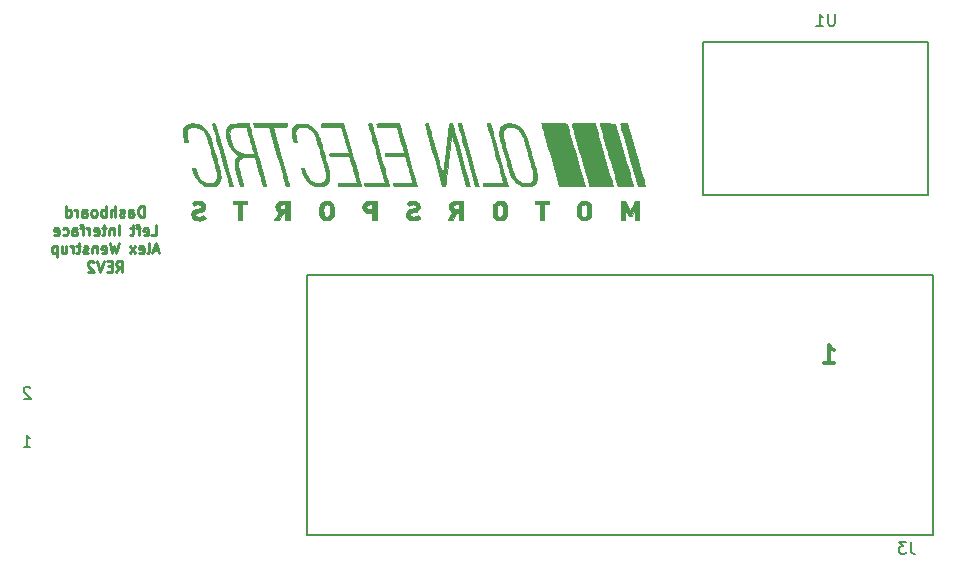
<source format=gbo>
G04 #@! TF.GenerationSoftware,KiCad,Pcbnew,5.0.2-bee76a0~70~ubuntu18.04.1*
G04 #@! TF.CreationDate,2019-04-11T23:01:23-04:00*
G04 #@! TF.ProjectId,interface_rev2,696e7465-7266-4616-9365-5f726576322e,rev?*
G04 #@! TF.SameCoordinates,Original*
G04 #@! TF.FileFunction,Legend,Bot*
G04 #@! TF.FilePolarity,Positive*
%FSLAX46Y46*%
G04 Gerber Fmt 4.6, Leading zero omitted, Abs format (unit mm)*
G04 Created by KiCad (PCBNEW 5.0.2-bee76a0~70~ubuntu18.04.1) date Thu 11 Apr 2019 11:01:23 PM EDT*
%MOMM*%
%LPD*%
G01*
G04 APERTURE LIST*
%ADD10C,0.300000*%
%ADD11C,0.222250*%
%ADD12C,0.150000*%
%ADD13C,0.010000*%
G04 APERTURE END LIST*
D10*
X185194628Y-106647371D02*
X186051771Y-106647371D01*
X185623200Y-106647371D02*
X185623200Y-105147371D01*
X185766057Y-105361657D01*
X185908914Y-105504514D01*
X186051771Y-105575942D01*
D11*
X127613833Y-94283741D02*
X127613833Y-93394741D01*
X127402166Y-93394741D01*
X127275166Y-93437075D01*
X127190500Y-93521741D01*
X127148166Y-93606408D01*
X127105833Y-93775741D01*
X127105833Y-93902741D01*
X127148166Y-94072075D01*
X127190500Y-94156741D01*
X127275166Y-94241408D01*
X127402166Y-94283741D01*
X127613833Y-94283741D01*
X126343833Y-94283741D02*
X126343833Y-93818075D01*
X126386166Y-93733408D01*
X126470833Y-93691075D01*
X126640166Y-93691075D01*
X126724833Y-93733408D01*
X126343833Y-94241408D02*
X126428500Y-94283741D01*
X126640166Y-94283741D01*
X126724833Y-94241408D01*
X126767166Y-94156741D01*
X126767166Y-94072075D01*
X126724833Y-93987408D01*
X126640166Y-93945075D01*
X126428500Y-93945075D01*
X126343833Y-93902741D01*
X125962833Y-94241408D02*
X125878166Y-94283741D01*
X125708833Y-94283741D01*
X125624166Y-94241408D01*
X125581833Y-94156741D01*
X125581833Y-94114408D01*
X125624166Y-94029741D01*
X125708833Y-93987408D01*
X125835833Y-93987408D01*
X125920500Y-93945075D01*
X125962833Y-93860408D01*
X125962833Y-93818075D01*
X125920500Y-93733408D01*
X125835833Y-93691075D01*
X125708833Y-93691075D01*
X125624166Y-93733408D01*
X125200833Y-94283741D02*
X125200833Y-93394741D01*
X124819833Y-94283741D02*
X124819833Y-93818075D01*
X124862166Y-93733408D01*
X124946833Y-93691075D01*
X125073833Y-93691075D01*
X125158500Y-93733408D01*
X125200833Y-93775741D01*
X124396500Y-94283741D02*
X124396500Y-93394741D01*
X124396500Y-93733408D02*
X124311833Y-93691075D01*
X124142500Y-93691075D01*
X124057833Y-93733408D01*
X124015500Y-93775741D01*
X123973166Y-93860408D01*
X123973166Y-94114408D01*
X124015500Y-94199075D01*
X124057833Y-94241408D01*
X124142500Y-94283741D01*
X124311833Y-94283741D01*
X124396500Y-94241408D01*
X123465166Y-94283741D02*
X123549833Y-94241408D01*
X123592166Y-94199075D01*
X123634500Y-94114408D01*
X123634500Y-93860408D01*
X123592166Y-93775741D01*
X123549833Y-93733408D01*
X123465166Y-93691075D01*
X123338166Y-93691075D01*
X123253500Y-93733408D01*
X123211166Y-93775741D01*
X123168833Y-93860408D01*
X123168833Y-94114408D01*
X123211166Y-94199075D01*
X123253500Y-94241408D01*
X123338166Y-94283741D01*
X123465166Y-94283741D01*
X122406833Y-94283741D02*
X122406833Y-93818075D01*
X122449166Y-93733408D01*
X122533833Y-93691075D01*
X122703166Y-93691075D01*
X122787833Y-93733408D01*
X122406833Y-94241408D02*
X122491500Y-94283741D01*
X122703166Y-94283741D01*
X122787833Y-94241408D01*
X122830166Y-94156741D01*
X122830166Y-94072075D01*
X122787833Y-93987408D01*
X122703166Y-93945075D01*
X122491500Y-93945075D01*
X122406833Y-93902741D01*
X121983500Y-94283741D02*
X121983500Y-93691075D01*
X121983500Y-93860408D02*
X121941166Y-93775741D01*
X121898833Y-93733408D01*
X121814166Y-93691075D01*
X121729500Y-93691075D01*
X121052166Y-94283741D02*
X121052166Y-93394741D01*
X121052166Y-94241408D02*
X121136833Y-94283741D01*
X121306166Y-94283741D01*
X121390833Y-94241408D01*
X121433166Y-94199075D01*
X121475500Y-94114408D01*
X121475500Y-93860408D01*
X121433166Y-93775741D01*
X121390833Y-93733408D01*
X121306166Y-93691075D01*
X121136833Y-93691075D01*
X121052166Y-93733408D01*
X128227666Y-95839491D02*
X128651000Y-95839491D01*
X128651000Y-94950491D01*
X127592666Y-95797158D02*
X127677333Y-95839491D01*
X127846666Y-95839491D01*
X127931333Y-95797158D01*
X127973666Y-95712491D01*
X127973666Y-95373825D01*
X127931333Y-95289158D01*
X127846666Y-95246825D01*
X127677333Y-95246825D01*
X127592666Y-95289158D01*
X127550333Y-95373825D01*
X127550333Y-95458491D01*
X127973666Y-95543158D01*
X127296333Y-95246825D02*
X126957666Y-95246825D01*
X127169333Y-95839491D02*
X127169333Y-95077491D01*
X127127000Y-94992825D01*
X127042333Y-94950491D01*
X126957666Y-94950491D01*
X126788333Y-95246825D02*
X126449666Y-95246825D01*
X126661333Y-94950491D02*
X126661333Y-95712491D01*
X126619000Y-95797158D01*
X126534333Y-95839491D01*
X126449666Y-95839491D01*
X125476000Y-95839491D02*
X125476000Y-94950491D01*
X125052666Y-95246825D02*
X125052666Y-95839491D01*
X125052666Y-95331491D02*
X125010333Y-95289158D01*
X124925666Y-95246825D01*
X124798666Y-95246825D01*
X124714000Y-95289158D01*
X124671666Y-95373825D01*
X124671666Y-95839491D01*
X124375333Y-95246825D02*
X124036666Y-95246825D01*
X124248333Y-94950491D02*
X124248333Y-95712491D01*
X124206000Y-95797158D01*
X124121333Y-95839491D01*
X124036666Y-95839491D01*
X123401666Y-95797158D02*
X123486333Y-95839491D01*
X123655666Y-95839491D01*
X123740333Y-95797158D01*
X123782666Y-95712491D01*
X123782666Y-95373825D01*
X123740333Y-95289158D01*
X123655666Y-95246825D01*
X123486333Y-95246825D01*
X123401666Y-95289158D01*
X123359333Y-95373825D01*
X123359333Y-95458491D01*
X123782666Y-95543158D01*
X122978333Y-95839491D02*
X122978333Y-95246825D01*
X122978333Y-95416158D02*
X122936000Y-95331491D01*
X122893666Y-95289158D01*
X122809000Y-95246825D01*
X122724333Y-95246825D01*
X122555000Y-95246825D02*
X122216333Y-95246825D01*
X122428000Y-95839491D02*
X122428000Y-95077491D01*
X122385666Y-94992825D01*
X122301000Y-94950491D01*
X122216333Y-94950491D01*
X121539000Y-95839491D02*
X121539000Y-95373825D01*
X121581333Y-95289158D01*
X121666000Y-95246825D01*
X121835333Y-95246825D01*
X121920000Y-95289158D01*
X121539000Y-95797158D02*
X121623666Y-95839491D01*
X121835333Y-95839491D01*
X121920000Y-95797158D01*
X121962333Y-95712491D01*
X121962333Y-95627825D01*
X121920000Y-95543158D01*
X121835333Y-95500825D01*
X121623666Y-95500825D01*
X121539000Y-95458491D01*
X120734666Y-95797158D02*
X120819333Y-95839491D01*
X120988666Y-95839491D01*
X121073333Y-95797158D01*
X121115666Y-95754825D01*
X121158000Y-95670158D01*
X121158000Y-95416158D01*
X121115666Y-95331491D01*
X121073333Y-95289158D01*
X120988666Y-95246825D01*
X120819333Y-95246825D01*
X120734666Y-95289158D01*
X120015000Y-95797158D02*
X120099666Y-95839491D01*
X120269000Y-95839491D01*
X120353666Y-95797158D01*
X120396000Y-95712491D01*
X120396000Y-95373825D01*
X120353666Y-95289158D01*
X120269000Y-95246825D01*
X120099666Y-95246825D01*
X120015000Y-95289158D01*
X119972666Y-95373825D01*
X119972666Y-95458491D01*
X120396000Y-95543158D01*
X128841500Y-97141241D02*
X128418166Y-97141241D01*
X128926166Y-97395241D02*
X128629833Y-96506241D01*
X128333500Y-97395241D01*
X127910166Y-97395241D02*
X127994833Y-97352908D01*
X128037166Y-97268241D01*
X128037166Y-96506241D01*
X127232833Y-97352908D02*
X127317500Y-97395241D01*
X127486833Y-97395241D01*
X127571500Y-97352908D01*
X127613833Y-97268241D01*
X127613833Y-96929575D01*
X127571500Y-96844908D01*
X127486833Y-96802575D01*
X127317500Y-96802575D01*
X127232833Y-96844908D01*
X127190500Y-96929575D01*
X127190500Y-97014241D01*
X127613833Y-97098908D01*
X126894166Y-97395241D02*
X126428500Y-96802575D01*
X126894166Y-96802575D02*
X126428500Y-97395241D01*
X125497166Y-96506241D02*
X125285500Y-97395241D01*
X125116166Y-96760241D01*
X124946833Y-97395241D01*
X124735166Y-96506241D01*
X124057833Y-97352908D02*
X124142500Y-97395241D01*
X124311833Y-97395241D01*
X124396500Y-97352908D01*
X124438833Y-97268241D01*
X124438833Y-96929575D01*
X124396500Y-96844908D01*
X124311833Y-96802575D01*
X124142500Y-96802575D01*
X124057833Y-96844908D01*
X124015500Y-96929575D01*
X124015500Y-97014241D01*
X124438833Y-97098908D01*
X123634500Y-96802575D02*
X123634500Y-97395241D01*
X123634500Y-96887241D02*
X123592166Y-96844908D01*
X123507500Y-96802575D01*
X123380500Y-96802575D01*
X123295833Y-96844908D01*
X123253500Y-96929575D01*
X123253500Y-97395241D01*
X122872500Y-97352908D02*
X122787833Y-97395241D01*
X122618500Y-97395241D01*
X122533833Y-97352908D01*
X122491500Y-97268241D01*
X122491500Y-97225908D01*
X122533833Y-97141241D01*
X122618500Y-97098908D01*
X122745500Y-97098908D01*
X122830166Y-97056575D01*
X122872500Y-96971908D01*
X122872500Y-96929575D01*
X122830166Y-96844908D01*
X122745500Y-96802575D01*
X122618500Y-96802575D01*
X122533833Y-96844908D01*
X122237500Y-96802575D02*
X121898833Y-96802575D01*
X122110500Y-96506241D02*
X122110500Y-97268241D01*
X122068166Y-97352908D01*
X121983500Y-97395241D01*
X121898833Y-97395241D01*
X121602500Y-97395241D02*
X121602500Y-96802575D01*
X121602500Y-96971908D02*
X121560166Y-96887241D01*
X121517833Y-96844908D01*
X121433166Y-96802575D01*
X121348500Y-96802575D01*
X120671166Y-96802575D02*
X120671166Y-97395241D01*
X121052166Y-96802575D02*
X121052166Y-97268241D01*
X121009833Y-97352908D01*
X120925166Y-97395241D01*
X120798166Y-97395241D01*
X120713500Y-97352908D01*
X120671166Y-97310575D01*
X120247833Y-96802575D02*
X120247833Y-97691575D01*
X120247833Y-96844908D02*
X120163166Y-96802575D01*
X119993833Y-96802575D01*
X119909166Y-96844908D01*
X119866833Y-96887241D01*
X119824500Y-96971908D01*
X119824500Y-97225908D01*
X119866833Y-97310575D01*
X119909166Y-97352908D01*
X119993833Y-97395241D01*
X120163166Y-97395241D01*
X120247833Y-97352908D01*
X125264333Y-98950991D02*
X125560666Y-98527658D01*
X125772333Y-98950991D02*
X125772333Y-98061991D01*
X125433666Y-98061991D01*
X125349000Y-98104325D01*
X125306666Y-98146658D01*
X125264333Y-98231325D01*
X125264333Y-98358325D01*
X125306666Y-98442991D01*
X125349000Y-98485325D01*
X125433666Y-98527658D01*
X125772333Y-98527658D01*
X124883333Y-98485325D02*
X124587000Y-98485325D01*
X124460000Y-98950991D02*
X124883333Y-98950991D01*
X124883333Y-98061991D01*
X124460000Y-98061991D01*
X124206000Y-98061991D02*
X123909666Y-98950991D01*
X123613333Y-98061991D01*
X123359333Y-98146658D02*
X123317000Y-98104325D01*
X123232333Y-98061991D01*
X123020666Y-98061991D01*
X122936000Y-98104325D01*
X122893666Y-98146658D01*
X122851333Y-98231325D01*
X122851333Y-98315991D01*
X122893666Y-98442991D01*
X123401666Y-98950991D01*
X122851333Y-98950991D01*
D12*
G04 #@! TO.C,J3*
X194395000Y-121196500D02*
X194395000Y-99196500D01*
X141395000Y-121196500D02*
X194395000Y-121196500D01*
X141395000Y-99196500D02*
X141395000Y-121196500D01*
X194395000Y-99196500D02*
X141395000Y-99196500D01*
G04 #@! TO.C,U1*
X193990500Y-81470500D02*
X193990500Y-92470500D01*
X193990500Y-92470500D02*
X174990500Y-92470500D01*
X174990500Y-92470500D02*
X174990500Y-79470500D01*
X174990500Y-79470500D02*
X193990500Y-79470500D01*
X193990500Y-79470500D02*
X193990500Y-81470500D01*
D13*
G04 #@! TO.C,G\002A\002A\002A*
G36*
X131674325Y-86393068D02*
X131455081Y-86426499D01*
X131275272Y-86491630D01*
X131134347Y-86588826D01*
X131031756Y-86718451D01*
X130973061Y-86858555D01*
X130950975Y-86979605D01*
X130941918Y-87134871D01*
X130945325Y-87309621D01*
X130960630Y-87489124D01*
X130987267Y-87658648D01*
X131007074Y-87744300D01*
X131054328Y-87922100D01*
X131200998Y-87929781D01*
X131283049Y-87932458D01*
X131325061Y-87927420D01*
X131337581Y-87911649D01*
X131334173Y-87891681D01*
X131284993Y-87711785D01*
X131253393Y-87560154D01*
X131236331Y-87418626D01*
X131230798Y-87274400D01*
X131231577Y-87155053D01*
X131237681Y-87071266D01*
X131251764Y-87007868D01*
X131276478Y-86949689D01*
X131292920Y-86919119D01*
X131372559Y-86812378D01*
X131477416Y-86737548D01*
X131614454Y-86691128D01*
X131789181Y-86669694D01*
X132027166Y-86679611D01*
X132243520Y-86735485D01*
X132438249Y-86837319D01*
X132611359Y-86985118D01*
X132762855Y-87178887D01*
X132892746Y-87418629D01*
X132928190Y-87501213D01*
X132948765Y-87559744D01*
X132981046Y-87661730D01*
X133023467Y-87801593D01*
X133074460Y-87973753D01*
X133132458Y-88172633D01*
X133195894Y-88392652D01*
X133263200Y-88628231D01*
X133332808Y-88873792D01*
X133403152Y-89123755D01*
X133472664Y-89372542D01*
X133539777Y-89614572D01*
X133602923Y-89844268D01*
X133660534Y-90056049D01*
X133711045Y-90244338D01*
X133752886Y-90403554D01*
X133784491Y-90528119D01*
X133804293Y-90612454D01*
X133809137Y-90636961D01*
X133829648Y-90851616D01*
X133811988Y-91033097D01*
X133755960Y-91181976D01*
X133661362Y-91298828D01*
X133553200Y-91372011D01*
X133485209Y-91404965D01*
X133427181Y-91425359D01*
X133364060Y-91435594D01*
X133280788Y-91438072D01*
X133162309Y-91435195D01*
X133158030Y-91435050D01*
X133032930Y-91429090D01*
X132941387Y-91418754D01*
X132866165Y-91400327D01*
X132790026Y-91370093D01*
X132734900Y-91343839D01*
X132553576Y-91226916D01*
X132389565Y-91064479D01*
X132244977Y-90859488D01*
X132121924Y-90614901D01*
X132028559Y-90354150D01*
X131973453Y-90170000D01*
X131836227Y-90170000D01*
X131760492Y-90173864D01*
X131710653Y-90183816D01*
X131699000Y-90193109D01*
X131708544Y-90244267D01*
X131734349Y-90330527D01*
X131772171Y-90440509D01*
X131817770Y-90562836D01*
X131866903Y-90686129D01*
X131915329Y-90799010D01*
X131958806Y-90890100D01*
X131958924Y-90890327D01*
X132052489Y-91042912D01*
X132172382Y-91196943D01*
X132307790Y-91341196D01*
X132447898Y-91464450D01*
X132581893Y-91555482D01*
X132617847Y-91574148D01*
X132835490Y-91655456D01*
X133070483Y-91703781D01*
X133307686Y-91717522D01*
X133531960Y-91695075D01*
X133604000Y-91678535D01*
X133777744Y-91610538D01*
X133913960Y-91508824D01*
X134015081Y-91371041D01*
X134075643Y-91222533D01*
X134100056Y-91096927D01*
X134110430Y-90940411D01*
X134106509Y-90770967D01*
X134088036Y-90606582D01*
X134084714Y-90587414D01*
X134070616Y-90524092D01*
X134043826Y-90417644D01*
X134005939Y-90273694D01*
X133958547Y-90097867D01*
X133903245Y-89895787D01*
X133841627Y-89673077D01*
X133775285Y-89435363D01*
X133705815Y-89188268D01*
X133634809Y-88937417D01*
X133563861Y-88688434D01*
X133494566Y-88446942D01*
X133428517Y-88218567D01*
X133367307Y-88008932D01*
X133312531Y-87823662D01*
X133265782Y-87668381D01*
X133228654Y-87548712D01*
X133202740Y-87470281D01*
X133196840Y-87454195D01*
X133068480Y-87179759D01*
X132910884Y-86943099D01*
X132726608Y-86745997D01*
X132518213Y-86590236D01*
X132288255Y-86477600D01*
X132039294Y-86409871D01*
X131773887Y-86388833D01*
X131674325Y-86393068D01*
X131674325Y-86393068D01*
G37*
X131674325Y-86393068D02*
X131455081Y-86426499D01*
X131275272Y-86491630D01*
X131134347Y-86588826D01*
X131031756Y-86718451D01*
X130973061Y-86858555D01*
X130950975Y-86979605D01*
X130941918Y-87134871D01*
X130945325Y-87309621D01*
X130960630Y-87489124D01*
X130987267Y-87658648D01*
X131007074Y-87744300D01*
X131054328Y-87922100D01*
X131200998Y-87929781D01*
X131283049Y-87932458D01*
X131325061Y-87927420D01*
X131337581Y-87911649D01*
X131334173Y-87891681D01*
X131284993Y-87711785D01*
X131253393Y-87560154D01*
X131236331Y-87418626D01*
X131230798Y-87274400D01*
X131231577Y-87155053D01*
X131237681Y-87071266D01*
X131251764Y-87007868D01*
X131276478Y-86949689D01*
X131292920Y-86919119D01*
X131372559Y-86812378D01*
X131477416Y-86737548D01*
X131614454Y-86691128D01*
X131789181Y-86669694D01*
X132027166Y-86679611D01*
X132243520Y-86735485D01*
X132438249Y-86837319D01*
X132611359Y-86985118D01*
X132762855Y-87178887D01*
X132892746Y-87418629D01*
X132928190Y-87501213D01*
X132948765Y-87559744D01*
X132981046Y-87661730D01*
X133023467Y-87801593D01*
X133074460Y-87973753D01*
X133132458Y-88172633D01*
X133195894Y-88392652D01*
X133263200Y-88628231D01*
X133332808Y-88873792D01*
X133403152Y-89123755D01*
X133472664Y-89372542D01*
X133539777Y-89614572D01*
X133602923Y-89844268D01*
X133660534Y-90056049D01*
X133711045Y-90244338D01*
X133752886Y-90403554D01*
X133784491Y-90528119D01*
X133804293Y-90612454D01*
X133809137Y-90636961D01*
X133829648Y-90851616D01*
X133811988Y-91033097D01*
X133755960Y-91181976D01*
X133661362Y-91298828D01*
X133553200Y-91372011D01*
X133485209Y-91404965D01*
X133427181Y-91425359D01*
X133364060Y-91435594D01*
X133280788Y-91438072D01*
X133162309Y-91435195D01*
X133158030Y-91435050D01*
X133032930Y-91429090D01*
X132941387Y-91418754D01*
X132866165Y-91400327D01*
X132790026Y-91370093D01*
X132734900Y-91343839D01*
X132553576Y-91226916D01*
X132389565Y-91064479D01*
X132244977Y-90859488D01*
X132121924Y-90614901D01*
X132028559Y-90354150D01*
X131973453Y-90170000D01*
X131836227Y-90170000D01*
X131760492Y-90173864D01*
X131710653Y-90183816D01*
X131699000Y-90193109D01*
X131708544Y-90244267D01*
X131734349Y-90330527D01*
X131772171Y-90440509D01*
X131817770Y-90562836D01*
X131866903Y-90686129D01*
X131915329Y-90799010D01*
X131958806Y-90890100D01*
X131958924Y-90890327D01*
X132052489Y-91042912D01*
X132172382Y-91196943D01*
X132307790Y-91341196D01*
X132447898Y-91464450D01*
X132581893Y-91555482D01*
X132617847Y-91574148D01*
X132835490Y-91655456D01*
X133070483Y-91703781D01*
X133307686Y-91717522D01*
X133531960Y-91695075D01*
X133604000Y-91678535D01*
X133777744Y-91610538D01*
X133913960Y-91508824D01*
X134015081Y-91371041D01*
X134075643Y-91222533D01*
X134100056Y-91096927D01*
X134110430Y-90940411D01*
X134106509Y-90770967D01*
X134088036Y-90606582D01*
X134084714Y-90587414D01*
X134070616Y-90524092D01*
X134043826Y-90417644D01*
X134005939Y-90273694D01*
X133958547Y-90097867D01*
X133903245Y-89895787D01*
X133841627Y-89673077D01*
X133775285Y-89435363D01*
X133705815Y-89188268D01*
X133634809Y-88937417D01*
X133563861Y-88688434D01*
X133494566Y-88446942D01*
X133428517Y-88218567D01*
X133367307Y-88008932D01*
X133312531Y-87823662D01*
X133265782Y-87668381D01*
X133228654Y-87548712D01*
X133202740Y-87470281D01*
X133196840Y-87454195D01*
X133068480Y-87179759D01*
X132910884Y-86943099D01*
X132726608Y-86745997D01*
X132518213Y-86590236D01*
X132288255Y-86477600D01*
X132039294Y-86409871D01*
X131773887Y-86388833D01*
X131674325Y-86393068D01*
G36*
X133410256Y-86399423D02*
X133400800Y-86418643D01*
X133407553Y-86447520D01*
X133427209Y-86522037D01*
X133458867Y-86638947D01*
X133501625Y-86795001D01*
X133554582Y-86986952D01*
X133616836Y-87211551D01*
X133687484Y-87465552D01*
X133765626Y-87745705D01*
X133850359Y-88048763D01*
X133940781Y-88371479D01*
X134035992Y-88710604D01*
X134125778Y-89029820D01*
X134224785Y-89381574D01*
X134320071Y-89720214D01*
X134410712Y-90042455D01*
X134495785Y-90345015D01*
X134574369Y-90624608D01*
X134645541Y-90877950D01*
X134708379Y-91101757D01*
X134761959Y-91292744D01*
X134805361Y-91447627D01*
X134837660Y-91563122D01*
X134857936Y-91635945D01*
X134865131Y-91662250D01*
X134879368Y-91695416D01*
X134909615Y-91712581D01*
X134969520Y-91718805D01*
X135019208Y-91719400D01*
X135098639Y-91717960D01*
X135138270Y-91710279D01*
X135149090Y-91691317D01*
X135143755Y-91662250D01*
X135134931Y-91630461D01*
X135113252Y-91553041D01*
X135079635Y-91433255D01*
X135035000Y-91274368D01*
X134980265Y-91079646D01*
X134916348Y-90852353D01*
X134844167Y-90595756D01*
X134764642Y-90313119D01*
X134678689Y-90007708D01*
X134587229Y-89682789D01*
X134491179Y-89341626D01*
X134395432Y-89001600D01*
X133662262Y-86398100D01*
X133531531Y-86390422D01*
X133450621Y-86389271D01*
X133410256Y-86399423D01*
X133410256Y-86399423D01*
G37*
X133410256Y-86399423D02*
X133400800Y-86418643D01*
X133407553Y-86447520D01*
X133427209Y-86522037D01*
X133458867Y-86638947D01*
X133501625Y-86795001D01*
X133554582Y-86986952D01*
X133616836Y-87211551D01*
X133687484Y-87465552D01*
X133765626Y-87745705D01*
X133850359Y-88048763D01*
X133940781Y-88371479D01*
X134035992Y-88710604D01*
X134125778Y-89029820D01*
X134224785Y-89381574D01*
X134320071Y-89720214D01*
X134410712Y-90042455D01*
X134495785Y-90345015D01*
X134574369Y-90624608D01*
X134645541Y-90877950D01*
X134708379Y-91101757D01*
X134761959Y-91292744D01*
X134805361Y-91447627D01*
X134837660Y-91563122D01*
X134857936Y-91635945D01*
X134865131Y-91662250D01*
X134879368Y-91695416D01*
X134909615Y-91712581D01*
X134969520Y-91718805D01*
X135019208Y-91719400D01*
X135098639Y-91717960D01*
X135138270Y-91710279D01*
X135149090Y-91691317D01*
X135143755Y-91662250D01*
X135134931Y-91630461D01*
X135113252Y-91553041D01*
X135079635Y-91433255D01*
X135035000Y-91274368D01*
X134980265Y-91079646D01*
X134916348Y-90852353D01*
X134844167Y-90595756D01*
X134764642Y-90313119D01*
X134678689Y-90007708D01*
X134587229Y-89682789D01*
X134491179Y-89341626D01*
X134395432Y-89001600D01*
X133662262Y-86398100D01*
X133531531Y-86390422D01*
X133450621Y-86389271D01*
X133410256Y-86399423D01*
G36*
X136001654Y-86389294D02*
X135821996Y-86391331D01*
X135820150Y-86391357D01*
X135607420Y-86394839D01*
X135438939Y-86398853D01*
X135308160Y-86403842D01*
X135208534Y-86410250D01*
X135133509Y-86418522D01*
X135076539Y-86429101D01*
X135031072Y-86442430D01*
X135023012Y-86445379D01*
X134865979Y-86529544D01*
X134736305Y-86649531D01*
X134644259Y-86795820D01*
X134643713Y-86797045D01*
X134603115Y-86934270D01*
X134584335Y-87106569D01*
X134587257Y-87303193D01*
X134611760Y-87513397D01*
X134653851Y-87711806D01*
X134760710Y-88055895D01*
X134889747Y-88354303D01*
X135040983Y-88607061D01*
X135214436Y-88814202D01*
X135410127Y-88975758D01*
X135483600Y-89021380D01*
X135549300Y-89059065D01*
X135593628Y-89084601D01*
X135604299Y-89090835D01*
X135591790Y-89109631D01*
X135552823Y-89154477D01*
X135505495Y-89205420D01*
X135415127Y-89311292D01*
X135353709Y-89414275D01*
X135316561Y-89527973D01*
X135299002Y-89665993D01*
X135295998Y-89814400D01*
X135297254Y-89890912D01*
X135300486Y-89959547D01*
X135307164Y-90027173D01*
X135318758Y-90100656D01*
X135336736Y-90186863D01*
X135362568Y-90292660D01*
X135397721Y-90424914D01*
X135443667Y-90590493D01*
X135501873Y-90796262D01*
X135518800Y-90855800D01*
X135573306Y-91047309D01*
X135623764Y-91224398D01*
X135668387Y-91380803D01*
X135705387Y-91510264D01*
X135732973Y-91606519D01*
X135749358Y-91663306D01*
X135752794Y-91674950D01*
X135772196Y-91701852D01*
X135817214Y-91715478D01*
X135900011Y-91719394D01*
X135904412Y-91719400D01*
X135980403Y-91717437D01*
X136030521Y-91712382D01*
X136042400Y-91707610D01*
X136035770Y-91681167D01*
X136016981Y-91611799D01*
X135987686Y-91505466D01*
X135949537Y-91368129D01*
X135904189Y-91205748D01*
X135853294Y-91024286D01*
X135826338Y-90928460D01*
X135771498Y-90731640D01*
X135720195Y-90543630D01*
X135674379Y-90371880D01*
X135636003Y-90223843D01*
X135607017Y-90106969D01*
X135589372Y-90028709D01*
X135586104Y-90010999D01*
X135574958Y-89815965D01*
X135607617Y-89645053D01*
X135683405Y-89499744D01*
X135801646Y-89381517D01*
X135901873Y-89319418D01*
X135955050Y-89292859D01*
X136001667Y-89273154D01*
X136050541Y-89259120D01*
X136110487Y-89249577D01*
X136190320Y-89243343D01*
X136298855Y-89239238D01*
X136444909Y-89236081D01*
X136535889Y-89234468D01*
X137020300Y-89226037D01*
X137323506Y-90313968D01*
X137388412Y-90546615D01*
X137450719Y-90769486D01*
X137508763Y-90976665D01*
X137560882Y-91162236D01*
X137605413Y-91320283D01*
X137640692Y-91444889D01*
X137665056Y-91530140D01*
X137673956Y-91560650D01*
X137721201Y-91719400D01*
X137847001Y-91719400D01*
X137927050Y-91715060D01*
X137965688Y-91700309D01*
X137972800Y-91682194D01*
X137966049Y-91653173D01*
X137946390Y-91578485D01*
X137914718Y-91461354D01*
X137871927Y-91305001D01*
X137818912Y-91112651D01*
X137756567Y-90887526D01*
X137685785Y-90632848D01*
X137607462Y-90351841D01*
X137522491Y-90047727D01*
X137431766Y-89723729D01*
X137336182Y-89383070D01*
X137236633Y-89028973D01*
X137236200Y-89027436D01*
X137211220Y-88938632D01*
X136931400Y-88938632D01*
X136907373Y-88942619D01*
X136840782Y-88946058D01*
X136739861Y-88948717D01*
X136612845Y-88950365D01*
X136498265Y-88950800D01*
X136283456Y-88948261D01*
X136112040Y-88940330D01*
X135976844Y-88926533D01*
X135887526Y-88910405D01*
X135684771Y-88841991D01*
X135503996Y-88733187D01*
X135344045Y-88582544D01*
X135203763Y-88388611D01*
X135081994Y-88149939D01*
X134977583Y-87865076D01*
X134933806Y-87713432D01*
X134880228Y-87462596D01*
X134863111Y-87247026D01*
X134882474Y-87066593D01*
X134938335Y-86921172D01*
X135030712Y-86810634D01*
X135071352Y-86780375D01*
X135138401Y-86741976D01*
X135212657Y-86712882D01*
X135302062Y-86691912D01*
X135414563Y-86677882D01*
X135558102Y-86669610D01*
X135740625Y-86665915D01*
X135843839Y-86665420D01*
X136006002Y-86665610D01*
X136124451Y-86667141D01*
X136206267Y-86670685D01*
X136258530Y-86676912D01*
X136288321Y-86686492D01*
X136302722Y-86700097D01*
X136306560Y-86709250D01*
X136319474Y-86753462D01*
X136343654Y-86838121D01*
X136377434Y-86957279D01*
X136419146Y-87104986D01*
X136467122Y-87275291D01*
X136519696Y-87462246D01*
X136575198Y-87659900D01*
X136631962Y-87862304D01*
X136688321Y-88063509D01*
X136742606Y-88257565D01*
X136793151Y-88438522D01*
X136838287Y-88600431D01*
X136876347Y-88737342D01*
X136905664Y-88843305D01*
X136924571Y-88912372D01*
X136931399Y-88938591D01*
X136931400Y-88938632D01*
X137211220Y-88938632D01*
X137136726Y-88673817D01*
X137041204Y-88333999D01*
X136950527Y-88011169D01*
X136865587Y-87708513D01*
X136787275Y-87429216D01*
X136716484Y-87176465D01*
X136654105Y-86953445D01*
X136601030Y-86763343D01*
X136558150Y-86609345D01*
X136526358Y-86494636D01*
X136506544Y-86422404D01*
X136499602Y-86395833D01*
X136499600Y-86395798D01*
X136475301Y-86392416D01*
X136406783Y-86390031D01*
X136300620Y-86388687D01*
X136163386Y-86388427D01*
X136001654Y-86389294D01*
X136001654Y-86389294D01*
G37*
X136001654Y-86389294D02*
X135821996Y-86391331D01*
X135820150Y-86391357D01*
X135607420Y-86394839D01*
X135438939Y-86398853D01*
X135308160Y-86403842D01*
X135208534Y-86410250D01*
X135133509Y-86418522D01*
X135076539Y-86429101D01*
X135031072Y-86442430D01*
X135023012Y-86445379D01*
X134865979Y-86529544D01*
X134736305Y-86649531D01*
X134644259Y-86795820D01*
X134643713Y-86797045D01*
X134603115Y-86934270D01*
X134584335Y-87106569D01*
X134587257Y-87303193D01*
X134611760Y-87513397D01*
X134653851Y-87711806D01*
X134760710Y-88055895D01*
X134889747Y-88354303D01*
X135040983Y-88607061D01*
X135214436Y-88814202D01*
X135410127Y-88975758D01*
X135483600Y-89021380D01*
X135549300Y-89059065D01*
X135593628Y-89084601D01*
X135604299Y-89090835D01*
X135591790Y-89109631D01*
X135552823Y-89154477D01*
X135505495Y-89205420D01*
X135415127Y-89311292D01*
X135353709Y-89414275D01*
X135316561Y-89527973D01*
X135299002Y-89665993D01*
X135295998Y-89814400D01*
X135297254Y-89890912D01*
X135300486Y-89959547D01*
X135307164Y-90027173D01*
X135318758Y-90100656D01*
X135336736Y-90186863D01*
X135362568Y-90292660D01*
X135397721Y-90424914D01*
X135443667Y-90590493D01*
X135501873Y-90796262D01*
X135518800Y-90855800D01*
X135573306Y-91047309D01*
X135623764Y-91224398D01*
X135668387Y-91380803D01*
X135705387Y-91510264D01*
X135732973Y-91606519D01*
X135749358Y-91663306D01*
X135752794Y-91674950D01*
X135772196Y-91701852D01*
X135817214Y-91715478D01*
X135900011Y-91719394D01*
X135904412Y-91719400D01*
X135980403Y-91717437D01*
X136030521Y-91712382D01*
X136042400Y-91707610D01*
X136035770Y-91681167D01*
X136016981Y-91611799D01*
X135987686Y-91505466D01*
X135949537Y-91368129D01*
X135904189Y-91205748D01*
X135853294Y-91024286D01*
X135826338Y-90928460D01*
X135771498Y-90731640D01*
X135720195Y-90543630D01*
X135674379Y-90371880D01*
X135636003Y-90223843D01*
X135607017Y-90106969D01*
X135589372Y-90028709D01*
X135586104Y-90010999D01*
X135574958Y-89815965D01*
X135607617Y-89645053D01*
X135683405Y-89499744D01*
X135801646Y-89381517D01*
X135901873Y-89319418D01*
X135955050Y-89292859D01*
X136001667Y-89273154D01*
X136050541Y-89259120D01*
X136110487Y-89249577D01*
X136190320Y-89243343D01*
X136298855Y-89239238D01*
X136444909Y-89236081D01*
X136535889Y-89234468D01*
X137020300Y-89226037D01*
X137323506Y-90313968D01*
X137388412Y-90546615D01*
X137450719Y-90769486D01*
X137508763Y-90976665D01*
X137560882Y-91162236D01*
X137605413Y-91320283D01*
X137640692Y-91444889D01*
X137665056Y-91530140D01*
X137673956Y-91560650D01*
X137721201Y-91719400D01*
X137847001Y-91719400D01*
X137927050Y-91715060D01*
X137965688Y-91700309D01*
X137972800Y-91682194D01*
X137966049Y-91653173D01*
X137946390Y-91578485D01*
X137914718Y-91461354D01*
X137871927Y-91305001D01*
X137818912Y-91112651D01*
X137756567Y-90887526D01*
X137685785Y-90632848D01*
X137607462Y-90351841D01*
X137522491Y-90047727D01*
X137431766Y-89723729D01*
X137336182Y-89383070D01*
X137236633Y-89028973D01*
X137236200Y-89027436D01*
X137211220Y-88938632D01*
X136931400Y-88938632D01*
X136907373Y-88942619D01*
X136840782Y-88946058D01*
X136739861Y-88948717D01*
X136612845Y-88950365D01*
X136498265Y-88950800D01*
X136283456Y-88948261D01*
X136112040Y-88940330D01*
X135976844Y-88926533D01*
X135887526Y-88910405D01*
X135684771Y-88841991D01*
X135503996Y-88733187D01*
X135344045Y-88582544D01*
X135203763Y-88388611D01*
X135081994Y-88149939D01*
X134977583Y-87865076D01*
X134933806Y-87713432D01*
X134880228Y-87462596D01*
X134863111Y-87247026D01*
X134882474Y-87066593D01*
X134938335Y-86921172D01*
X135030712Y-86810634D01*
X135071352Y-86780375D01*
X135138401Y-86741976D01*
X135212657Y-86712882D01*
X135302062Y-86691912D01*
X135414563Y-86677882D01*
X135558102Y-86669610D01*
X135740625Y-86665915D01*
X135843839Y-86665420D01*
X136006002Y-86665610D01*
X136124451Y-86667141D01*
X136206267Y-86670685D01*
X136258530Y-86676912D01*
X136288321Y-86686492D01*
X136302722Y-86700097D01*
X136306560Y-86709250D01*
X136319474Y-86753462D01*
X136343654Y-86838121D01*
X136377434Y-86957279D01*
X136419146Y-87104986D01*
X136467122Y-87275291D01*
X136519696Y-87462246D01*
X136575198Y-87659900D01*
X136631962Y-87862304D01*
X136688321Y-88063509D01*
X136742606Y-88257565D01*
X136793151Y-88438522D01*
X136838287Y-88600431D01*
X136876347Y-88737342D01*
X136905664Y-88843305D01*
X136924571Y-88912372D01*
X136931399Y-88938591D01*
X136931400Y-88938632D01*
X137211220Y-88938632D01*
X137136726Y-88673817D01*
X137041204Y-88333999D01*
X136950527Y-88011169D01*
X136865587Y-87708513D01*
X136787275Y-87429216D01*
X136716484Y-87176465D01*
X136654105Y-86953445D01*
X136601030Y-86763343D01*
X136558150Y-86609345D01*
X136526358Y-86494636D01*
X136506544Y-86422404D01*
X136499602Y-86395833D01*
X136499600Y-86395798D01*
X136475301Y-86392416D01*
X136406783Y-86390031D01*
X136300620Y-86388687D01*
X136163386Y-86388427D01*
X136001654Y-86389294D01*
G36*
X138027102Y-86385541D02*
X137780738Y-86385948D01*
X137554795Y-86386594D01*
X137353839Y-86387454D01*
X137182438Y-86388500D01*
X137045156Y-86389707D01*
X136946560Y-86391048D01*
X136891217Y-86392497D01*
X136880600Y-86393489D01*
X136887215Y-86420259D01*
X136904225Y-86480475D01*
X136919556Y-86532755D01*
X136958511Y-86663931D01*
X137596747Y-86670715D01*
X138234983Y-86677500D01*
X138925057Y-89128600D01*
X139021718Y-89472007D01*
X139114699Y-89802487D01*
X139203048Y-90116646D01*
X139285811Y-90411088D01*
X139362037Y-90682421D01*
X139430772Y-90927250D01*
X139491063Y-91142179D01*
X139541959Y-91323816D01*
X139582505Y-91468765D01*
X139611751Y-91573633D01*
X139628742Y-91635025D01*
X139632650Y-91649550D01*
X139646619Y-91689754D01*
X139671896Y-91710579D01*
X139722659Y-91718344D01*
X139789384Y-91719400D01*
X139865693Y-91718352D01*
X139916121Y-91715651D01*
X139928276Y-91713050D01*
X139921495Y-91688251D01*
X139901850Y-91617795D01*
X139870250Y-91504918D01*
X139827606Y-91352859D01*
X139774828Y-91164856D01*
X139712825Y-90944148D01*
X139642508Y-90693974D01*
X139564785Y-90417571D01*
X139480569Y-90118177D01*
X139390767Y-89799032D01*
X139296291Y-89463373D01*
X139219917Y-89192100D01*
X138511883Y-86677500D01*
X139146590Y-86670708D01*
X139345277Y-86668205D01*
X139498477Y-86665226D01*
X139611506Y-86661407D01*
X139689677Y-86656378D01*
X139738304Y-86649774D01*
X139762700Y-86641229D01*
X139768180Y-86630374D01*
X139767455Y-86627847D01*
X139752302Y-86581308D01*
X139731699Y-86510076D01*
X139725828Y-86488588D01*
X139698042Y-86385400D01*
X138289321Y-86385400D01*
X138027102Y-86385541D01*
X138027102Y-86385541D01*
G37*
X138027102Y-86385541D02*
X137780738Y-86385948D01*
X137554795Y-86386594D01*
X137353839Y-86387454D01*
X137182438Y-86388500D01*
X137045156Y-86389707D01*
X136946560Y-86391048D01*
X136891217Y-86392497D01*
X136880600Y-86393489D01*
X136887215Y-86420259D01*
X136904225Y-86480475D01*
X136919556Y-86532755D01*
X136958511Y-86663931D01*
X137596747Y-86670715D01*
X138234983Y-86677500D01*
X138925057Y-89128600D01*
X139021718Y-89472007D01*
X139114699Y-89802487D01*
X139203048Y-90116646D01*
X139285811Y-90411088D01*
X139362037Y-90682421D01*
X139430772Y-90927250D01*
X139491063Y-91142179D01*
X139541959Y-91323816D01*
X139582505Y-91468765D01*
X139611751Y-91573633D01*
X139628742Y-91635025D01*
X139632650Y-91649550D01*
X139646619Y-91689754D01*
X139671896Y-91710579D01*
X139722659Y-91718344D01*
X139789384Y-91719400D01*
X139865693Y-91718352D01*
X139916121Y-91715651D01*
X139928276Y-91713050D01*
X139921495Y-91688251D01*
X139901850Y-91617795D01*
X139870250Y-91504918D01*
X139827606Y-91352859D01*
X139774828Y-91164856D01*
X139712825Y-90944148D01*
X139642508Y-90693974D01*
X139564785Y-90417571D01*
X139480569Y-90118177D01*
X139390767Y-89799032D01*
X139296291Y-89463373D01*
X139219917Y-89192100D01*
X138511883Y-86677500D01*
X139146590Y-86670708D01*
X139345277Y-86668205D01*
X139498477Y-86665226D01*
X139611506Y-86661407D01*
X139689677Y-86656378D01*
X139738304Y-86649774D01*
X139762700Y-86641229D01*
X139768180Y-86630374D01*
X139767455Y-86627847D01*
X139752302Y-86581308D01*
X139731699Y-86510076D01*
X139725828Y-86488588D01*
X139698042Y-86385400D01*
X138289321Y-86385400D01*
X138027102Y-86385541D01*
G36*
X140876376Y-86399381D02*
X140782476Y-86402666D01*
X140712363Y-86411337D01*
X140652532Y-86427719D01*
X140589480Y-86454135D01*
X140534885Y-86480484D01*
X140385144Y-86578767D01*
X140272840Y-86708179D01*
X140197818Y-86869438D01*
X140159921Y-87063260D01*
X140158995Y-87290364D01*
X140194882Y-87551467D01*
X140250933Y-87788750D01*
X140290895Y-87934800D01*
X140427248Y-87934800D01*
X140502721Y-87932306D01*
X140552237Y-87925887D01*
X140563600Y-87919981D01*
X140557814Y-87889983D01*
X140542466Y-87823697D01*
X140520578Y-87734053D01*
X140514670Y-87710431D01*
X140465353Y-87479146D01*
X140444228Y-87285230D01*
X140451793Y-87123469D01*
X140488543Y-86988646D01*
X140554976Y-86875545D01*
X140598868Y-86826121D01*
X140689596Y-86750286D01*
X140789360Y-86700719D01*
X140909369Y-86674300D01*
X141060834Y-86667910D01*
X141154835Y-86671417D01*
X141283160Y-86682145D01*
X141382068Y-86700890D01*
X141472857Y-86732711D01*
X141535835Y-86761930D01*
X141717652Y-86879074D01*
X141882433Y-87040858D01*
X142026674Y-87242954D01*
X142146872Y-87481037D01*
X142174641Y-87550646D01*
X142193655Y-87607336D01*
X142224544Y-87707309D01*
X142265697Y-87844870D01*
X142315503Y-88014324D01*
X142372350Y-88209977D01*
X142434626Y-88426135D01*
X142500720Y-88657103D01*
X142569022Y-88897186D01*
X142637918Y-89140690D01*
X142705798Y-89381921D01*
X142771050Y-89615184D01*
X142832063Y-89834785D01*
X142887226Y-90035029D01*
X142934926Y-90210221D01*
X142973552Y-90354667D01*
X143001494Y-90462673D01*
X143016515Y-90525600D01*
X143036192Y-90642859D01*
X143049178Y-90769026D01*
X143052218Y-90843100D01*
X143036638Y-91030549D01*
X142987985Y-91180740D01*
X142904609Y-91295224D01*
X142784859Y-91375553D01*
X142627085Y-91423278D01*
X142429635Y-91439952D01*
X142417252Y-91440000D01*
X142187391Y-91417951D01*
X141979559Y-91351499D01*
X141793251Y-91240182D01*
X141627960Y-91083541D01*
X141483179Y-90881115D01*
X141358404Y-90632443D01*
X141272229Y-90398600D01*
X141202908Y-90182700D01*
X141061054Y-90175082D01*
X140983941Y-90172830D01*
X140932422Y-90174943D01*
X140919200Y-90179141D01*
X140926576Y-90206753D01*
X140946431Y-90271629D01*
X140975353Y-90362783D01*
X140996467Y-90428059D01*
X141119257Y-90746975D01*
X141265159Y-91020659D01*
X141434169Y-91249109D01*
X141626286Y-91432321D01*
X141841507Y-91570295D01*
X142079829Y-91663027D01*
X142341250Y-91710516D01*
X142506700Y-91717310D01*
X142622047Y-91712568D01*
X142734450Y-91701352D01*
X142820830Y-91686013D01*
X142825456Y-91684805D01*
X143002371Y-91614237D01*
X143143470Y-91507679D01*
X143248613Y-91365259D01*
X143295167Y-91260455D01*
X143319260Y-91155032D01*
X143332159Y-91015175D01*
X143333814Y-90856009D01*
X143324178Y-90692662D01*
X143303201Y-90540261D01*
X143297570Y-90512092D01*
X143283682Y-90454884D01*
X143257446Y-90354611D01*
X143220479Y-90217050D01*
X143174403Y-90047979D01*
X143120837Y-89853174D01*
X143061399Y-89638413D01*
X142997710Y-89409474D01*
X142931389Y-89172132D01*
X142864056Y-88932166D01*
X142797330Y-88695352D01*
X142732830Y-88467468D01*
X142672176Y-88254291D01*
X142616987Y-88061597D01*
X142568884Y-87895164D01*
X142529485Y-87760769D01*
X142500410Y-87664190D01*
X142489639Y-87630000D01*
X142372377Y-87331660D01*
X142227072Y-87070178D01*
X142055587Y-86847736D01*
X141859782Y-86666515D01*
X141641521Y-86528696D01*
X141496187Y-86466163D01*
X141406768Y-86436521D01*
X141325352Y-86417109D01*
X141236501Y-86405811D01*
X141124777Y-86400509D01*
X141007566Y-86399159D01*
X140876376Y-86399381D01*
X140876376Y-86399381D01*
G37*
X140876376Y-86399381D02*
X140782476Y-86402666D01*
X140712363Y-86411337D01*
X140652532Y-86427719D01*
X140589480Y-86454135D01*
X140534885Y-86480484D01*
X140385144Y-86578767D01*
X140272840Y-86708179D01*
X140197818Y-86869438D01*
X140159921Y-87063260D01*
X140158995Y-87290364D01*
X140194882Y-87551467D01*
X140250933Y-87788750D01*
X140290895Y-87934800D01*
X140427248Y-87934800D01*
X140502721Y-87932306D01*
X140552237Y-87925887D01*
X140563600Y-87919981D01*
X140557814Y-87889983D01*
X140542466Y-87823697D01*
X140520578Y-87734053D01*
X140514670Y-87710431D01*
X140465353Y-87479146D01*
X140444228Y-87285230D01*
X140451793Y-87123469D01*
X140488543Y-86988646D01*
X140554976Y-86875545D01*
X140598868Y-86826121D01*
X140689596Y-86750286D01*
X140789360Y-86700719D01*
X140909369Y-86674300D01*
X141060834Y-86667910D01*
X141154835Y-86671417D01*
X141283160Y-86682145D01*
X141382068Y-86700890D01*
X141472857Y-86732711D01*
X141535835Y-86761930D01*
X141717652Y-86879074D01*
X141882433Y-87040858D01*
X142026674Y-87242954D01*
X142146872Y-87481037D01*
X142174641Y-87550646D01*
X142193655Y-87607336D01*
X142224544Y-87707309D01*
X142265697Y-87844870D01*
X142315503Y-88014324D01*
X142372350Y-88209977D01*
X142434626Y-88426135D01*
X142500720Y-88657103D01*
X142569022Y-88897186D01*
X142637918Y-89140690D01*
X142705798Y-89381921D01*
X142771050Y-89615184D01*
X142832063Y-89834785D01*
X142887226Y-90035029D01*
X142934926Y-90210221D01*
X142973552Y-90354667D01*
X143001494Y-90462673D01*
X143016515Y-90525600D01*
X143036192Y-90642859D01*
X143049178Y-90769026D01*
X143052218Y-90843100D01*
X143036638Y-91030549D01*
X142987985Y-91180740D01*
X142904609Y-91295224D01*
X142784859Y-91375553D01*
X142627085Y-91423278D01*
X142429635Y-91439952D01*
X142417252Y-91440000D01*
X142187391Y-91417951D01*
X141979559Y-91351499D01*
X141793251Y-91240182D01*
X141627960Y-91083541D01*
X141483179Y-90881115D01*
X141358404Y-90632443D01*
X141272229Y-90398600D01*
X141202908Y-90182700D01*
X141061054Y-90175082D01*
X140983941Y-90172830D01*
X140932422Y-90174943D01*
X140919200Y-90179141D01*
X140926576Y-90206753D01*
X140946431Y-90271629D01*
X140975353Y-90362783D01*
X140996467Y-90428059D01*
X141119257Y-90746975D01*
X141265159Y-91020659D01*
X141434169Y-91249109D01*
X141626286Y-91432321D01*
X141841507Y-91570295D01*
X142079829Y-91663027D01*
X142341250Y-91710516D01*
X142506700Y-91717310D01*
X142622047Y-91712568D01*
X142734450Y-91701352D01*
X142820830Y-91686013D01*
X142825456Y-91684805D01*
X143002371Y-91614237D01*
X143143470Y-91507679D01*
X143248613Y-91365259D01*
X143295167Y-91260455D01*
X143319260Y-91155032D01*
X143332159Y-91015175D01*
X143333814Y-90856009D01*
X143324178Y-90692662D01*
X143303201Y-90540261D01*
X143297570Y-90512092D01*
X143283682Y-90454884D01*
X143257446Y-90354611D01*
X143220479Y-90217050D01*
X143174403Y-90047979D01*
X143120837Y-89853174D01*
X143061399Y-89638413D01*
X142997710Y-89409474D01*
X142931389Y-89172132D01*
X142864056Y-88932166D01*
X142797330Y-88695352D01*
X142732830Y-88467468D01*
X142672176Y-88254291D01*
X142616987Y-88061597D01*
X142568884Y-87895164D01*
X142529485Y-87760769D01*
X142500410Y-87664190D01*
X142489639Y-87630000D01*
X142372377Y-87331660D01*
X142227072Y-87070178D01*
X142055587Y-86847736D01*
X141859782Y-86666515D01*
X141641521Y-86528696D01*
X141496187Y-86466163D01*
X141406768Y-86436521D01*
X141325352Y-86417109D01*
X141236501Y-86405811D01*
X141124777Y-86400509D01*
X141007566Y-86399159D01*
X140876376Y-86399381D01*
G36*
X143276675Y-86386009D02*
X143046915Y-86387859D01*
X142865599Y-86390982D01*
X142731559Y-86395411D01*
X142643624Y-86401179D01*
X142600624Y-86408318D01*
X142595600Y-86412252D01*
X142601429Y-86451643D01*
X142616122Y-86519543D01*
X142624016Y-86551952D01*
X142652431Y-86664799D01*
X143487132Y-86664800D01*
X144321833Y-86664800D01*
X144339305Y-86734650D01*
X144349760Y-86773406D01*
X144372500Y-86855617D01*
X144406003Y-86975850D01*
X144448748Y-87128670D01*
X144499215Y-87308646D01*
X144555882Y-87510343D01*
X144617228Y-87728328D01*
X144653936Y-87858600D01*
X144951095Y-88912700D01*
X144128948Y-88919397D01*
X143880461Y-88922029D01*
X143680199Y-88925543D01*
X143525591Y-88930050D01*
X143414067Y-88935658D01*
X143343058Y-88942479D01*
X143309993Y-88950621D01*
X143306800Y-88954550D01*
X143313660Y-88995657D01*
X143330690Y-89062235D01*
X143336221Y-89081203D01*
X143365642Y-89179400D01*
X145026058Y-89179400D01*
X145174238Y-89706450D01*
X145227812Y-89896976D01*
X145290280Y-90119090D01*
X145356774Y-90355483D01*
X145422424Y-90588843D01*
X145482361Y-90801858D01*
X145490393Y-90830400D01*
X145658368Y-91427300D01*
X144838184Y-91433997D01*
X144575751Y-91436947D01*
X144363950Y-91441101D01*
X144202629Y-91446466D01*
X144091634Y-91453048D01*
X144030812Y-91460854D01*
X144018000Y-91467199D01*
X144023825Y-91506361D01*
X144038510Y-91574106D01*
X144046416Y-91606552D01*
X144074831Y-91719400D01*
X145037016Y-91719400D01*
X145294861Y-91719045D01*
X145505740Y-91717900D01*
X145673482Y-91715837D01*
X145801916Y-91712732D01*
X145894872Y-91708460D01*
X145956179Y-91702896D01*
X145989666Y-91695914D01*
X145999200Y-91687948D01*
X145992454Y-91659729D01*
X145972808Y-91585819D01*
X145941154Y-91469421D01*
X145898380Y-91313738D01*
X145845377Y-91121972D01*
X145783037Y-90897326D01*
X145712247Y-90643003D01*
X145633900Y-90362203D01*
X145548884Y-90058131D01*
X145458091Y-89733989D01*
X145362411Y-89392979D01*
X145262733Y-89038303D01*
X145257851Y-89020948D01*
X144516502Y-86385400D01*
X143556051Y-86385400D01*
X143276675Y-86386009D01*
X143276675Y-86386009D01*
G37*
X143276675Y-86386009D02*
X143046915Y-86387859D01*
X142865599Y-86390982D01*
X142731559Y-86395411D01*
X142643624Y-86401179D01*
X142600624Y-86408318D01*
X142595600Y-86412252D01*
X142601429Y-86451643D01*
X142616122Y-86519543D01*
X142624016Y-86551952D01*
X142652431Y-86664799D01*
X143487132Y-86664800D01*
X144321833Y-86664800D01*
X144339305Y-86734650D01*
X144349760Y-86773406D01*
X144372500Y-86855617D01*
X144406003Y-86975850D01*
X144448748Y-87128670D01*
X144499215Y-87308646D01*
X144555882Y-87510343D01*
X144617228Y-87728328D01*
X144653936Y-87858600D01*
X144951095Y-88912700D01*
X144128948Y-88919397D01*
X143880461Y-88922029D01*
X143680199Y-88925543D01*
X143525591Y-88930050D01*
X143414067Y-88935658D01*
X143343058Y-88942479D01*
X143309993Y-88950621D01*
X143306800Y-88954550D01*
X143313660Y-88995657D01*
X143330690Y-89062235D01*
X143336221Y-89081203D01*
X143365642Y-89179400D01*
X145026058Y-89179400D01*
X145174238Y-89706450D01*
X145227812Y-89896976D01*
X145290280Y-90119090D01*
X145356774Y-90355483D01*
X145422424Y-90588843D01*
X145482361Y-90801858D01*
X145490393Y-90830400D01*
X145658368Y-91427300D01*
X144838184Y-91433997D01*
X144575751Y-91436947D01*
X144363950Y-91441101D01*
X144202629Y-91446466D01*
X144091634Y-91453048D01*
X144030812Y-91460854D01*
X144018000Y-91467199D01*
X144023825Y-91506361D01*
X144038510Y-91574106D01*
X144046416Y-91606552D01*
X144074831Y-91719400D01*
X145037016Y-91719400D01*
X145294861Y-91719045D01*
X145505740Y-91717900D01*
X145673482Y-91715837D01*
X145801916Y-91712732D01*
X145894872Y-91708460D01*
X145956179Y-91702896D01*
X145989666Y-91695914D01*
X145999200Y-91687948D01*
X145992454Y-91659729D01*
X145972808Y-91585819D01*
X145941154Y-91469421D01*
X145898380Y-91313738D01*
X145845377Y-91121972D01*
X145783037Y-90897326D01*
X145712247Y-90643003D01*
X145633900Y-90362203D01*
X145548884Y-90058131D01*
X145458091Y-89733989D01*
X145362411Y-89392979D01*
X145262733Y-89038303D01*
X145257851Y-89020948D01*
X144516502Y-86385400D01*
X143556051Y-86385400D01*
X143276675Y-86386009D01*
G36*
X146670997Y-86388565D02*
X146621248Y-86396722D01*
X146609665Y-86404450D01*
X146616532Y-86431026D01*
X146636282Y-86503226D01*
X146668000Y-86617779D01*
X146710770Y-86771420D01*
X146763677Y-86960879D01*
X146825806Y-87182889D01*
X146896242Y-87434181D01*
X146974070Y-87711489D01*
X147058375Y-88011544D01*
X147148242Y-88331077D01*
X147242754Y-88666822D01*
X147315601Y-88925400D01*
X148020674Y-91427300D01*
X146249308Y-91440654D01*
X146267190Y-91522877D01*
X146286819Y-91600109D01*
X146306608Y-91662250D01*
X146328143Y-91719400D01*
X147359183Y-91719400D01*
X147615251Y-91719294D01*
X147825025Y-91718845D01*
X147993010Y-91717856D01*
X148123711Y-91716131D01*
X148221635Y-91713472D01*
X148291288Y-91709683D01*
X148337173Y-91704566D01*
X148363798Y-91697924D01*
X148375668Y-91689562D01*
X148377287Y-91679281D01*
X148376190Y-91674950D01*
X148367525Y-91644882D01*
X148346033Y-91569171D01*
X148312632Y-91451079D01*
X148268242Y-91293869D01*
X148213782Y-91100802D01*
X148150172Y-90875139D01*
X148078330Y-90620144D01*
X147999176Y-90339077D01*
X147913629Y-90035202D01*
X147822608Y-89711778D01*
X147727033Y-89372070D01*
X147637121Y-89052400D01*
X147538213Y-88700736D01*
X147443031Y-88362397D01*
X147352494Y-88040645D01*
X147267523Y-87738741D01*
X147189034Y-87459948D01*
X147117947Y-87207528D01*
X147055180Y-86984742D01*
X147001654Y-86794851D01*
X146958285Y-86641119D01*
X146925993Y-86526807D01*
X146905697Y-86455176D01*
X146898431Y-86429850D01*
X146879008Y-86402946D01*
X146833966Y-86389319D01*
X146751141Y-86385405D01*
X146746789Y-86385400D01*
X146670997Y-86388565D01*
X146670997Y-86388565D01*
G37*
X146670997Y-86388565D02*
X146621248Y-86396722D01*
X146609665Y-86404450D01*
X146616532Y-86431026D01*
X146636282Y-86503226D01*
X146668000Y-86617779D01*
X146710770Y-86771420D01*
X146763677Y-86960879D01*
X146825806Y-87182889D01*
X146896242Y-87434181D01*
X146974070Y-87711489D01*
X147058375Y-88011544D01*
X147148242Y-88331077D01*
X147242754Y-88666822D01*
X147315601Y-88925400D01*
X148020674Y-91427300D01*
X146249308Y-91440654D01*
X146267190Y-91522877D01*
X146286819Y-91600109D01*
X146306608Y-91662250D01*
X146328143Y-91719400D01*
X147359183Y-91719400D01*
X147615251Y-91719294D01*
X147825025Y-91718845D01*
X147993010Y-91717856D01*
X148123711Y-91716131D01*
X148221635Y-91713472D01*
X148291288Y-91709683D01*
X148337173Y-91704566D01*
X148363798Y-91697924D01*
X148375668Y-91689562D01*
X148377287Y-91679281D01*
X148376190Y-91674950D01*
X148367525Y-91644882D01*
X148346033Y-91569171D01*
X148312632Y-91451079D01*
X148268242Y-91293869D01*
X148213782Y-91100802D01*
X148150172Y-90875139D01*
X148078330Y-90620144D01*
X147999176Y-90339077D01*
X147913629Y-90035202D01*
X147822608Y-89711778D01*
X147727033Y-89372070D01*
X147637121Y-89052400D01*
X147538213Y-88700736D01*
X147443031Y-88362397D01*
X147352494Y-88040645D01*
X147267523Y-87738741D01*
X147189034Y-87459948D01*
X147117947Y-87207528D01*
X147055180Y-86984742D01*
X147001654Y-86794851D01*
X146958285Y-86641119D01*
X146925993Y-86526807D01*
X146905697Y-86455176D01*
X146898431Y-86429850D01*
X146879008Y-86402946D01*
X146833966Y-86389319D01*
X146751141Y-86385405D01*
X146746789Y-86385400D01*
X146670997Y-86388565D01*
G36*
X148042290Y-86385884D02*
X147843576Y-86387263D01*
X147667209Y-86389429D01*
X147518706Y-86392271D01*
X147403589Y-86395682D01*
X147327374Y-86399551D01*
X147295583Y-86403769D01*
X147294986Y-86404450D01*
X147301956Y-86438336D01*
X147319160Y-86502272D01*
X147329525Y-86537800D01*
X147363679Y-86652100D01*
X148196799Y-86664800D01*
X149029920Y-86677500D01*
X149342393Y-87782400D01*
X149406759Y-88010331D01*
X149466696Y-88223228D01*
X149520817Y-88416115D01*
X149567734Y-88584012D01*
X149606057Y-88721943D01*
X149634400Y-88824929D01*
X149651374Y-88887994D01*
X149655834Y-88906350D01*
X149631667Y-88910940D01*
X149562655Y-88915132D01*
X149454751Y-88918790D01*
X149313910Y-88921774D01*
X149146084Y-88923948D01*
X148957228Y-88925175D01*
X148830817Y-88925400D01*
X148004833Y-88925400D01*
X148021736Y-88995250D01*
X148042651Y-89070616D01*
X148059691Y-89122250D01*
X148080743Y-89179400D01*
X149730849Y-89179400D01*
X149781378Y-89350850D01*
X149799888Y-89414860D01*
X149830162Y-89521014D01*
X149870285Y-89662531D01*
X149918341Y-89832631D01*
X149972415Y-90024534D01*
X150030591Y-90231459D01*
X150088171Y-90436700D01*
X150146572Y-90644989D01*
X150201017Y-90838984D01*
X150249900Y-91012977D01*
X150291615Y-91161260D01*
X150324556Y-91278124D01*
X150347118Y-91357861D01*
X150357693Y-91394762D01*
X150357930Y-91395550D01*
X150358991Y-91407744D01*
X150350632Y-91417486D01*
X150327840Y-91425049D01*
X150285605Y-91430707D01*
X150218917Y-91434732D01*
X150122765Y-91437400D01*
X149992138Y-91438983D01*
X149822025Y-91439756D01*
X149607416Y-91439992D01*
X149544212Y-91440000D01*
X149345026Y-91440562D01*
X149163107Y-91442156D01*
X149004409Y-91444646D01*
X148874887Y-91447894D01*
X148780496Y-91451763D01*
X148727192Y-91456116D01*
X148717386Y-91459050D01*
X148724357Y-91492935D01*
X148741565Y-91556870D01*
X148751934Y-91592400D01*
X148786096Y-91706700D01*
X149756656Y-91713353D01*
X150004324Y-91714942D01*
X150205839Y-91715852D01*
X150365847Y-91715899D01*
X150488993Y-91714898D01*
X150579923Y-91712662D01*
X150643280Y-91709009D01*
X150683712Y-91703752D01*
X150705862Y-91696707D01*
X150714377Y-91687688D01*
X150713900Y-91676511D01*
X150713533Y-91675253D01*
X150704911Y-91645098D01*
X150683485Y-91569322D01*
X150650179Y-91451214D01*
X150605917Y-91294061D01*
X150551625Y-91101153D01*
X150488228Y-90875777D01*
X150416649Y-90621222D01*
X150337815Y-90340777D01*
X150252651Y-90037730D01*
X150162080Y-89715369D01*
X150067027Y-89376982D01*
X149986571Y-89090500D01*
X149888260Y-88740511D01*
X149793463Y-88403224D01*
X149703124Y-88081990D01*
X149618189Y-87780163D01*
X149539605Y-87501097D01*
X149468315Y-87248146D01*
X149405266Y-87024661D01*
X149351403Y-86833998D01*
X149307672Y-86679509D01*
X149275017Y-86564547D01*
X149254385Y-86492467D01*
X149247177Y-86467950D01*
X149221061Y-86385400D01*
X148257831Y-86385400D01*
X148042290Y-86385884D01*
X148042290Y-86385884D01*
G37*
X148042290Y-86385884D02*
X147843576Y-86387263D01*
X147667209Y-86389429D01*
X147518706Y-86392271D01*
X147403589Y-86395682D01*
X147327374Y-86399551D01*
X147295583Y-86403769D01*
X147294986Y-86404450D01*
X147301956Y-86438336D01*
X147319160Y-86502272D01*
X147329525Y-86537800D01*
X147363679Y-86652100D01*
X148196799Y-86664800D01*
X149029920Y-86677500D01*
X149342393Y-87782400D01*
X149406759Y-88010331D01*
X149466696Y-88223228D01*
X149520817Y-88416115D01*
X149567734Y-88584012D01*
X149606057Y-88721943D01*
X149634400Y-88824929D01*
X149651374Y-88887994D01*
X149655834Y-88906350D01*
X149631667Y-88910940D01*
X149562655Y-88915132D01*
X149454751Y-88918790D01*
X149313910Y-88921774D01*
X149146084Y-88923948D01*
X148957228Y-88925175D01*
X148830817Y-88925400D01*
X148004833Y-88925400D01*
X148021736Y-88995250D01*
X148042651Y-89070616D01*
X148059691Y-89122250D01*
X148080743Y-89179400D01*
X149730849Y-89179400D01*
X149781378Y-89350850D01*
X149799888Y-89414860D01*
X149830162Y-89521014D01*
X149870285Y-89662531D01*
X149918341Y-89832631D01*
X149972415Y-90024534D01*
X150030591Y-90231459D01*
X150088171Y-90436700D01*
X150146572Y-90644989D01*
X150201017Y-90838984D01*
X150249900Y-91012977D01*
X150291615Y-91161260D01*
X150324556Y-91278124D01*
X150347118Y-91357861D01*
X150357693Y-91394762D01*
X150357930Y-91395550D01*
X150358991Y-91407744D01*
X150350632Y-91417486D01*
X150327840Y-91425049D01*
X150285605Y-91430707D01*
X150218917Y-91434732D01*
X150122765Y-91437400D01*
X149992138Y-91438983D01*
X149822025Y-91439756D01*
X149607416Y-91439992D01*
X149544212Y-91440000D01*
X149345026Y-91440562D01*
X149163107Y-91442156D01*
X149004409Y-91444646D01*
X148874887Y-91447894D01*
X148780496Y-91451763D01*
X148727192Y-91456116D01*
X148717386Y-91459050D01*
X148724357Y-91492935D01*
X148741565Y-91556870D01*
X148751934Y-91592400D01*
X148786096Y-91706700D01*
X149756656Y-91713353D01*
X150004324Y-91714942D01*
X150205839Y-91715852D01*
X150365847Y-91715899D01*
X150488993Y-91714898D01*
X150579923Y-91712662D01*
X150643280Y-91709009D01*
X150683712Y-91703752D01*
X150705862Y-91696707D01*
X150714377Y-91687688D01*
X150713900Y-91676511D01*
X150713533Y-91675253D01*
X150704911Y-91645098D01*
X150683485Y-91569322D01*
X150650179Y-91451214D01*
X150605917Y-91294061D01*
X150551625Y-91101153D01*
X150488228Y-90875777D01*
X150416649Y-90621222D01*
X150337815Y-90340777D01*
X150252651Y-90037730D01*
X150162080Y-89715369D01*
X150067027Y-89376982D01*
X149986571Y-89090500D01*
X149888260Y-88740511D01*
X149793463Y-88403224D01*
X149703124Y-88081990D01*
X149618189Y-87780163D01*
X149539605Y-87501097D01*
X149468315Y-87248146D01*
X149405266Y-87024661D01*
X149351403Y-86833998D01*
X149307672Y-86679509D01*
X149275017Y-86564547D01*
X149254385Y-86492467D01*
X149247177Y-86467950D01*
X149221061Y-86385400D01*
X148257831Y-86385400D01*
X148042290Y-86385884D01*
G36*
X151540228Y-86385933D02*
X151471463Y-86389822D01*
X151422323Y-86397027D01*
X151408899Y-86404450D01*
X151415561Y-86430973D01*
X151435093Y-86503223D01*
X151466612Y-86618022D01*
X151509231Y-86772196D01*
X151562067Y-86962568D01*
X151624234Y-87185961D01*
X151694847Y-87439200D01*
X151773022Y-87719108D01*
X151857874Y-88022511D01*
X151948517Y-88346230D01*
X152044067Y-88687091D01*
X152143640Y-89041918D01*
X152151849Y-89071154D01*
X152895300Y-91718808D01*
X153015950Y-91719104D01*
X153096066Y-91714023D01*
X153132657Y-91697070D01*
X153136600Y-91684404D01*
X153139627Y-91654454D01*
X153148407Y-91577795D01*
X153162493Y-91458138D01*
X153181438Y-91299194D01*
X153204795Y-91104674D01*
X153232114Y-90878290D01*
X153262950Y-90623752D01*
X153296854Y-90344772D01*
X153333378Y-90045060D01*
X153372075Y-89728328D01*
X153403300Y-89473308D01*
X153443383Y-89146052D01*
X153481671Y-88833029D01*
X153517717Y-88537940D01*
X153551070Y-88264486D01*
X153581279Y-88016367D01*
X153607896Y-87797286D01*
X153630471Y-87610942D01*
X153648554Y-87461038D01*
X153661695Y-87351273D01*
X153669444Y-87285349D01*
X153671456Y-87266753D01*
X153678379Y-87286130D01*
X153698075Y-87351052D01*
X153729581Y-87458157D01*
X153771933Y-87604083D01*
X153824169Y-87785466D01*
X153885326Y-87998945D01*
X153954441Y-88241157D01*
X154030550Y-88508740D01*
X154112692Y-88798331D01*
X154199901Y-89106568D01*
X154291217Y-89430088D01*
X154302890Y-89471500D01*
X154932869Y-91706700D01*
X155078269Y-91714381D01*
X155159829Y-91717059D01*
X155201350Y-91711952D01*
X155213370Y-91696007D01*
X155209730Y-91676281D01*
X155201073Y-91645983D01*
X155179609Y-91570066D01*
X155146265Y-91451820D01*
X155101966Y-91294535D01*
X155047637Y-91101503D01*
X154984203Y-90876011D01*
X154912591Y-90621352D01*
X154833724Y-90340814D01*
X154748530Y-90037689D01*
X154657933Y-89715265D01*
X154562859Y-89376834D01*
X154482435Y-89090500D01*
X154384104Y-88740481D01*
X154289280Y-88403140D01*
X154198908Y-88081834D01*
X154113936Y-87779918D01*
X154035309Y-87500747D01*
X153963974Y-87247677D01*
X153900876Y-87024063D01*
X153846963Y-86833262D01*
X153803179Y-86678628D01*
X153770473Y-86563517D01*
X153749789Y-86491286D01*
X153742542Y-86466656D01*
X153723000Y-86415670D01*
X153696088Y-86392425D01*
X153644979Y-86387997D01*
X153598833Y-86390456D01*
X153481660Y-86398100D01*
X153214834Y-88614149D01*
X153175024Y-88942831D01*
X153136626Y-89256084D01*
X153100101Y-89550375D01*
X153065906Y-89822169D01*
X153034503Y-90067931D01*
X153006352Y-90284126D01*
X152981911Y-90467220D01*
X152961642Y-90613678D01*
X152946002Y-90719966D01*
X152935454Y-90782549D01*
X152930672Y-90798549D01*
X152921914Y-90770982D01*
X152900657Y-90698813D01*
X152868100Y-90586287D01*
X152825441Y-90437649D01*
X152773876Y-90257144D01*
X152714606Y-90049017D01*
X152648827Y-89817513D01*
X152577737Y-89566878D01*
X152502535Y-89301356D01*
X152424419Y-89025193D01*
X152344586Y-88742633D01*
X152264235Y-88457921D01*
X152184564Y-88175304D01*
X152106770Y-87899025D01*
X152032053Y-87633330D01*
X151961609Y-87382464D01*
X151896637Y-87150672D01*
X151838335Y-86942200D01*
X151787900Y-86761291D01*
X151746532Y-86612192D01*
X151715428Y-86499147D01*
X151695785Y-86426402D01*
X151688803Y-86398201D01*
X151688800Y-86398127D01*
X151666443Y-86389689D01*
X151611070Y-86385757D01*
X151540228Y-86385933D01*
X151540228Y-86385933D01*
G37*
X151540228Y-86385933D02*
X151471463Y-86389822D01*
X151422323Y-86397027D01*
X151408899Y-86404450D01*
X151415561Y-86430973D01*
X151435093Y-86503223D01*
X151466612Y-86618022D01*
X151509231Y-86772196D01*
X151562067Y-86962568D01*
X151624234Y-87185961D01*
X151694847Y-87439200D01*
X151773022Y-87719108D01*
X151857874Y-88022511D01*
X151948517Y-88346230D01*
X152044067Y-88687091D01*
X152143640Y-89041918D01*
X152151849Y-89071154D01*
X152895300Y-91718808D01*
X153015950Y-91719104D01*
X153096066Y-91714023D01*
X153132657Y-91697070D01*
X153136600Y-91684404D01*
X153139627Y-91654454D01*
X153148407Y-91577795D01*
X153162493Y-91458138D01*
X153181438Y-91299194D01*
X153204795Y-91104674D01*
X153232114Y-90878290D01*
X153262950Y-90623752D01*
X153296854Y-90344772D01*
X153333378Y-90045060D01*
X153372075Y-89728328D01*
X153403300Y-89473308D01*
X153443383Y-89146052D01*
X153481671Y-88833029D01*
X153517717Y-88537940D01*
X153551070Y-88264486D01*
X153581279Y-88016367D01*
X153607896Y-87797286D01*
X153630471Y-87610942D01*
X153648554Y-87461038D01*
X153661695Y-87351273D01*
X153669444Y-87285349D01*
X153671456Y-87266753D01*
X153678379Y-87286130D01*
X153698075Y-87351052D01*
X153729581Y-87458157D01*
X153771933Y-87604083D01*
X153824169Y-87785466D01*
X153885326Y-87998945D01*
X153954441Y-88241157D01*
X154030550Y-88508740D01*
X154112692Y-88798331D01*
X154199901Y-89106568D01*
X154291217Y-89430088D01*
X154302890Y-89471500D01*
X154932869Y-91706700D01*
X155078269Y-91714381D01*
X155159829Y-91717059D01*
X155201350Y-91711952D01*
X155213370Y-91696007D01*
X155209730Y-91676281D01*
X155201073Y-91645983D01*
X155179609Y-91570066D01*
X155146265Y-91451820D01*
X155101966Y-91294535D01*
X155047637Y-91101503D01*
X154984203Y-90876011D01*
X154912591Y-90621352D01*
X154833724Y-90340814D01*
X154748530Y-90037689D01*
X154657933Y-89715265D01*
X154562859Y-89376834D01*
X154482435Y-89090500D01*
X154384104Y-88740481D01*
X154289280Y-88403140D01*
X154198908Y-88081834D01*
X154113936Y-87779918D01*
X154035309Y-87500747D01*
X153963974Y-87247677D01*
X153900876Y-87024063D01*
X153846963Y-86833262D01*
X153803179Y-86678628D01*
X153770473Y-86563517D01*
X153749789Y-86491286D01*
X153742542Y-86466656D01*
X153723000Y-86415670D01*
X153696088Y-86392425D01*
X153644979Y-86387997D01*
X153598833Y-86390456D01*
X153481660Y-86398100D01*
X153214834Y-88614149D01*
X153175024Y-88942831D01*
X153136626Y-89256084D01*
X153100101Y-89550375D01*
X153065906Y-89822169D01*
X153034503Y-90067931D01*
X153006352Y-90284126D01*
X152981911Y-90467220D01*
X152961642Y-90613678D01*
X152946002Y-90719966D01*
X152935454Y-90782549D01*
X152930672Y-90798549D01*
X152921914Y-90770982D01*
X152900657Y-90698813D01*
X152868100Y-90586287D01*
X152825441Y-90437649D01*
X152773876Y-90257144D01*
X152714606Y-90049017D01*
X152648827Y-89817513D01*
X152577737Y-89566878D01*
X152502535Y-89301356D01*
X152424419Y-89025193D01*
X152344586Y-88742633D01*
X152264235Y-88457921D01*
X152184564Y-88175304D01*
X152106770Y-87899025D01*
X152032053Y-87633330D01*
X151961609Y-87382464D01*
X151896637Y-87150672D01*
X151838335Y-86942200D01*
X151787900Y-86761291D01*
X151746532Y-86612192D01*
X151715428Y-86499147D01*
X151695785Y-86426402D01*
X151688803Y-86398201D01*
X151688800Y-86398127D01*
X151666443Y-86389689D01*
X151611070Y-86385757D01*
X151540228Y-86385933D01*
G36*
X154256732Y-86386636D02*
X154218307Y-86394468D01*
X154208230Y-86415585D01*
X154214993Y-86455249D01*
X154223893Y-86488812D01*
X154245653Y-86567975D01*
X154279351Y-86689443D01*
X154324063Y-86849921D01*
X154378867Y-87046116D01*
X154442841Y-87274731D01*
X154515062Y-87532473D01*
X154594608Y-87816046D01*
X154680555Y-88122156D01*
X154771982Y-88447509D01*
X154867966Y-88788809D01*
X154960021Y-89115900D01*
X155689419Y-91706700D01*
X155822710Y-91714377D01*
X155897242Y-91715168D01*
X155945929Y-91708976D01*
X155956692Y-91701677D01*
X155950053Y-91674973D01*
X155930540Y-91602546D01*
X155899035Y-91487574D01*
X155856425Y-91333236D01*
X155803595Y-91142708D01*
X155741429Y-90919170D01*
X155670811Y-90665798D01*
X155592628Y-90385772D01*
X155507764Y-90082268D01*
X155417104Y-89758465D01*
X155321532Y-89417542D01*
X155221934Y-89062675D01*
X155213742Y-89033504D01*
X154470100Y-86385709D01*
X154334732Y-86385554D01*
X154256732Y-86386636D01*
X154256732Y-86386636D01*
G37*
X154256732Y-86386636D02*
X154218307Y-86394468D01*
X154208230Y-86415585D01*
X154214993Y-86455249D01*
X154223893Y-86488812D01*
X154245653Y-86567975D01*
X154279351Y-86689443D01*
X154324063Y-86849921D01*
X154378867Y-87046116D01*
X154442841Y-87274731D01*
X154515062Y-87532473D01*
X154594608Y-87816046D01*
X154680555Y-88122156D01*
X154771982Y-88447509D01*
X154867966Y-88788809D01*
X154960021Y-89115900D01*
X155689419Y-91706700D01*
X155822710Y-91714377D01*
X155897242Y-91715168D01*
X155945929Y-91708976D01*
X155956692Y-91701677D01*
X155950053Y-91674973D01*
X155930540Y-91602546D01*
X155899035Y-91487574D01*
X155856425Y-91333236D01*
X155803595Y-91142708D01*
X155741429Y-90919170D01*
X155670811Y-90665798D01*
X155592628Y-90385772D01*
X155507764Y-90082268D01*
X155417104Y-89758465D01*
X155321532Y-89417542D01*
X155221934Y-89062675D01*
X155213742Y-89033504D01*
X154470100Y-86385709D01*
X154334732Y-86385554D01*
X154256732Y-86386636D01*
G36*
X156679023Y-86455250D02*
X156688223Y-86489110D01*
X156710233Y-86568460D01*
X156744098Y-86689891D01*
X156788861Y-86849992D01*
X156843567Y-87045354D01*
X156907259Y-87272568D01*
X156978982Y-87528223D01*
X157057780Y-87808912D01*
X157142696Y-88111223D01*
X157232775Y-88431748D01*
X157327060Y-88767077D01*
X157380277Y-88956272D01*
X157476100Y-89297159D01*
X157567933Y-89624354D01*
X157654849Y-89934529D01*
X157735921Y-90224354D01*
X157810223Y-90490500D01*
X157876828Y-90729637D01*
X157934809Y-90938435D01*
X157983240Y-91113566D01*
X158021195Y-91251699D01*
X158047746Y-91349505D01*
X158061967Y-91403656D01*
X158064200Y-91413722D01*
X158039445Y-91421857D01*
X157965027Y-91428480D01*
X157840721Y-91433599D01*
X157666301Y-91437220D01*
X157441540Y-91439350D01*
X157185147Y-91440000D01*
X156306093Y-91440000D01*
X156322775Y-91506463D01*
X156340976Y-91584408D01*
X156354103Y-91646163D01*
X156368750Y-91719400D01*
X158441286Y-91719400D01*
X158393261Y-91547950D01*
X158379728Y-91499752D01*
X158353432Y-91406208D01*
X158315370Y-91270868D01*
X158266544Y-91097287D01*
X158207953Y-90889015D01*
X158140595Y-90649606D01*
X158065472Y-90382612D01*
X157983581Y-90091586D01*
X157895923Y-89780080D01*
X157803497Y-89451647D01*
X157707303Y-89109839D01*
X157645918Y-88891726D01*
X157549046Y-88547420D01*
X157456149Y-88217043D01*
X157368143Y-87903862D01*
X157285944Y-87611141D01*
X157210467Y-87342147D01*
X157142626Y-87100144D01*
X157083336Y-86888400D01*
X157033514Y-86710178D01*
X156994073Y-86568745D01*
X156965929Y-86467366D01*
X156949997Y-86409307D01*
X156946600Y-86396176D01*
X156923597Y-86390322D01*
X156864156Y-86386409D01*
X156804147Y-86385400D01*
X156661693Y-86385400D01*
X156679023Y-86455250D01*
X156679023Y-86455250D01*
G37*
X156679023Y-86455250D02*
X156688223Y-86489110D01*
X156710233Y-86568460D01*
X156744098Y-86689891D01*
X156788861Y-86849992D01*
X156843567Y-87045354D01*
X156907259Y-87272568D01*
X156978982Y-87528223D01*
X157057780Y-87808912D01*
X157142696Y-88111223D01*
X157232775Y-88431748D01*
X157327060Y-88767077D01*
X157380277Y-88956272D01*
X157476100Y-89297159D01*
X157567933Y-89624354D01*
X157654849Y-89934529D01*
X157735921Y-90224354D01*
X157810223Y-90490500D01*
X157876828Y-90729637D01*
X157934809Y-90938435D01*
X157983240Y-91113566D01*
X158021195Y-91251699D01*
X158047746Y-91349505D01*
X158061967Y-91403656D01*
X158064200Y-91413722D01*
X158039445Y-91421857D01*
X157965027Y-91428480D01*
X157840721Y-91433599D01*
X157666301Y-91437220D01*
X157441540Y-91439350D01*
X157185147Y-91440000D01*
X156306093Y-91440000D01*
X156322775Y-91506463D01*
X156340976Y-91584408D01*
X156354103Y-91646163D01*
X156368750Y-91719400D01*
X158441286Y-91719400D01*
X158393261Y-91547950D01*
X158379728Y-91499752D01*
X158353432Y-91406208D01*
X158315370Y-91270868D01*
X158266544Y-91097287D01*
X158207953Y-90889015D01*
X158140595Y-90649606D01*
X158065472Y-90382612D01*
X157983581Y-90091586D01*
X157895923Y-89780080D01*
X157803497Y-89451647D01*
X157707303Y-89109839D01*
X157645918Y-88891726D01*
X157549046Y-88547420D01*
X157456149Y-88217043D01*
X157368143Y-87903862D01*
X157285944Y-87611141D01*
X157210467Y-87342147D01*
X157142626Y-87100144D01*
X157083336Y-86888400D01*
X157033514Y-86710178D01*
X156994073Y-86568745D01*
X156965929Y-86467366D01*
X156949997Y-86409307D01*
X156946600Y-86396176D01*
X156923597Y-86390322D01*
X156864156Y-86386409D01*
X156804147Y-86385400D01*
X156661693Y-86385400D01*
X156679023Y-86455250D01*
G36*
X158424757Y-86392011D02*
X158225783Y-86429165D01*
X158053353Y-86499160D01*
X157912168Y-86600390D01*
X157806926Y-86731247D01*
X157771072Y-86802877D01*
X157737379Y-86921877D01*
X157717929Y-87074072D01*
X157713621Y-87243642D01*
X157725353Y-87414766D01*
X157733155Y-87470484D01*
X157747381Y-87539389D01*
X157774325Y-87651028D01*
X157812415Y-87799849D01*
X157860083Y-87980301D01*
X157915760Y-88186833D01*
X157977876Y-88413894D01*
X158044861Y-88655933D01*
X158115148Y-88907398D01*
X158187165Y-89162740D01*
X158259344Y-89416406D01*
X158330116Y-89662846D01*
X158397910Y-89896508D01*
X158461159Y-90111841D01*
X158518292Y-90303295D01*
X158567740Y-90465318D01*
X158607934Y-90592359D01*
X158637305Y-90678867D01*
X158648008Y-90706530D01*
X158783129Y-90971778D01*
X158946261Y-91201216D01*
X159134301Y-91391952D01*
X159344150Y-91541094D01*
X159572706Y-91645751D01*
X159692164Y-91680289D01*
X159836498Y-91704095D01*
X160000835Y-91715156D01*
X160165722Y-91713345D01*
X160311704Y-91698532D01*
X160376856Y-91684805D01*
X160553681Y-91614168D01*
X160694955Y-91507632D01*
X160799706Y-91366072D01*
X160845002Y-91263612D01*
X160865754Y-91171271D01*
X160878566Y-91044366D01*
X160883203Y-90898544D01*
X160880483Y-90791117D01*
X160602977Y-90791117D01*
X160599032Y-90941566D01*
X160580857Y-91070432D01*
X160556193Y-91147900D01*
X160489346Y-91261671D01*
X160404663Y-91343905D01*
X160295086Y-91397816D01*
X160153559Y-91426615D01*
X159973027Y-91433516D01*
X159931100Y-91432535D01*
X159803151Y-91426454D01*
X159708959Y-91415462D01*
X159631504Y-91396170D01*
X159553769Y-91365187D01*
X159524700Y-91351604D01*
X159386021Y-91272462D01*
X159261976Y-91172608D01*
X159149890Y-91047588D01*
X159047086Y-90892949D01*
X158950890Y-90704238D01*
X158858625Y-90477001D01*
X158767617Y-90206785D01*
X158700343Y-89979500D01*
X158579510Y-89551493D01*
X158472187Y-89170039D01*
X158377762Y-88832891D01*
X158295624Y-88537801D01*
X158225162Y-88282525D01*
X158165765Y-88064816D01*
X158116823Y-87882427D01*
X158077723Y-87733113D01*
X158047856Y-87614626D01*
X158026610Y-87524721D01*
X158013373Y-87461152D01*
X158010085Y-87441952D01*
X157994717Y-87233071D01*
X158017416Y-87053680D01*
X158077572Y-86905589D01*
X158174577Y-86790606D01*
X158245860Y-86740727D01*
X158300384Y-86712337D01*
X158353562Y-86693932D01*
X158418415Y-86683398D01*
X158507962Y-86678625D01*
X158635225Y-86677500D01*
X158635700Y-86677500D01*
X158764966Y-86678772D01*
X158858062Y-86684151D01*
X158929589Y-86695984D01*
X158994148Y-86716615D01*
X159060781Y-86745775D01*
X159157200Y-86795557D01*
X159250285Y-86851000D01*
X159298866Y-86884531D01*
X159388642Y-86970271D01*
X159484979Y-87091242D01*
X159579050Y-87234259D01*
X159662032Y-87386138D01*
X159714809Y-87505953D01*
X159734045Y-87562422D01*
X159765266Y-87662181D01*
X159806857Y-87799574D01*
X159857199Y-87968945D01*
X159914675Y-88164641D01*
X159977668Y-88381005D01*
X160044559Y-88612383D01*
X160113733Y-88853119D01*
X160183571Y-89097558D01*
X160252455Y-89340044D01*
X160318769Y-89574924D01*
X160380894Y-89796541D01*
X160437214Y-89999240D01*
X160486110Y-90177366D01*
X160525966Y-90325265D01*
X160555164Y-90437279D01*
X160567177Y-90486111D01*
X160592443Y-90634244D01*
X160602977Y-90791117D01*
X160880483Y-90791117D01*
X160879428Y-90749453D01*
X160867003Y-90612743D01*
X160855867Y-90545900D01*
X160843713Y-90495826D01*
X160819249Y-90402501D01*
X160784042Y-90271538D01*
X160739663Y-90108552D01*
X160687678Y-89919159D01*
X160629656Y-89708973D01*
X160567166Y-89483610D01*
X160501776Y-89248684D01*
X160435055Y-89009811D01*
X160368570Y-88772605D01*
X160303890Y-88542682D01*
X160242584Y-88325656D01*
X160186220Y-88127142D01*
X160136366Y-87952755D01*
X160094591Y-87808111D01*
X160062463Y-87698824D01*
X160041551Y-87630509D01*
X160041387Y-87630000D01*
X159928917Y-87344200D01*
X159787149Y-87089668D01*
X159619270Y-86869726D01*
X159428464Y-86687694D01*
X159217918Y-86546896D01*
X158990819Y-86450654D01*
X158883535Y-86422653D01*
X158645575Y-86389305D01*
X158424757Y-86392011D01*
X158424757Y-86392011D01*
G37*
X158424757Y-86392011D02*
X158225783Y-86429165D01*
X158053353Y-86499160D01*
X157912168Y-86600390D01*
X157806926Y-86731247D01*
X157771072Y-86802877D01*
X157737379Y-86921877D01*
X157717929Y-87074072D01*
X157713621Y-87243642D01*
X157725353Y-87414766D01*
X157733155Y-87470484D01*
X157747381Y-87539389D01*
X157774325Y-87651028D01*
X157812415Y-87799849D01*
X157860083Y-87980301D01*
X157915760Y-88186833D01*
X157977876Y-88413894D01*
X158044861Y-88655933D01*
X158115148Y-88907398D01*
X158187165Y-89162740D01*
X158259344Y-89416406D01*
X158330116Y-89662846D01*
X158397910Y-89896508D01*
X158461159Y-90111841D01*
X158518292Y-90303295D01*
X158567740Y-90465318D01*
X158607934Y-90592359D01*
X158637305Y-90678867D01*
X158648008Y-90706530D01*
X158783129Y-90971778D01*
X158946261Y-91201216D01*
X159134301Y-91391952D01*
X159344150Y-91541094D01*
X159572706Y-91645751D01*
X159692164Y-91680289D01*
X159836498Y-91704095D01*
X160000835Y-91715156D01*
X160165722Y-91713345D01*
X160311704Y-91698532D01*
X160376856Y-91684805D01*
X160553681Y-91614168D01*
X160694955Y-91507632D01*
X160799706Y-91366072D01*
X160845002Y-91263612D01*
X160865754Y-91171271D01*
X160878566Y-91044366D01*
X160883203Y-90898544D01*
X160880483Y-90791117D01*
X160602977Y-90791117D01*
X160599032Y-90941566D01*
X160580857Y-91070432D01*
X160556193Y-91147900D01*
X160489346Y-91261671D01*
X160404663Y-91343905D01*
X160295086Y-91397816D01*
X160153559Y-91426615D01*
X159973027Y-91433516D01*
X159931100Y-91432535D01*
X159803151Y-91426454D01*
X159708959Y-91415462D01*
X159631504Y-91396170D01*
X159553769Y-91365187D01*
X159524700Y-91351604D01*
X159386021Y-91272462D01*
X159261976Y-91172608D01*
X159149890Y-91047588D01*
X159047086Y-90892949D01*
X158950890Y-90704238D01*
X158858625Y-90477001D01*
X158767617Y-90206785D01*
X158700343Y-89979500D01*
X158579510Y-89551493D01*
X158472187Y-89170039D01*
X158377762Y-88832891D01*
X158295624Y-88537801D01*
X158225162Y-88282525D01*
X158165765Y-88064816D01*
X158116823Y-87882427D01*
X158077723Y-87733113D01*
X158047856Y-87614626D01*
X158026610Y-87524721D01*
X158013373Y-87461152D01*
X158010085Y-87441952D01*
X157994717Y-87233071D01*
X158017416Y-87053680D01*
X158077572Y-86905589D01*
X158174577Y-86790606D01*
X158245860Y-86740727D01*
X158300384Y-86712337D01*
X158353562Y-86693932D01*
X158418415Y-86683398D01*
X158507962Y-86678625D01*
X158635225Y-86677500D01*
X158635700Y-86677500D01*
X158764966Y-86678772D01*
X158858062Y-86684151D01*
X158929589Y-86695984D01*
X158994148Y-86716615D01*
X159060781Y-86745775D01*
X159157200Y-86795557D01*
X159250285Y-86851000D01*
X159298866Y-86884531D01*
X159388642Y-86970271D01*
X159484979Y-87091242D01*
X159579050Y-87234259D01*
X159662032Y-87386138D01*
X159714809Y-87505953D01*
X159734045Y-87562422D01*
X159765266Y-87662181D01*
X159806857Y-87799574D01*
X159857199Y-87968945D01*
X159914675Y-88164641D01*
X159977668Y-88381005D01*
X160044559Y-88612383D01*
X160113733Y-88853119D01*
X160183571Y-89097558D01*
X160252455Y-89340044D01*
X160318769Y-89574924D01*
X160380894Y-89796541D01*
X160437214Y-89999240D01*
X160486110Y-90177366D01*
X160525966Y-90325265D01*
X160555164Y-90437279D01*
X160567177Y-90486111D01*
X160592443Y-90634244D01*
X160602977Y-90791117D01*
X160880483Y-90791117D01*
X160879428Y-90749453D01*
X160867003Y-90612743D01*
X160855867Y-90545900D01*
X160843713Y-90495826D01*
X160819249Y-90402501D01*
X160784042Y-90271538D01*
X160739663Y-90108552D01*
X160687678Y-89919159D01*
X160629656Y-89708973D01*
X160567166Y-89483610D01*
X160501776Y-89248684D01*
X160435055Y-89009811D01*
X160368570Y-88772605D01*
X160303890Y-88542682D01*
X160242584Y-88325656D01*
X160186220Y-88127142D01*
X160136366Y-87952755D01*
X160094591Y-87808111D01*
X160062463Y-87698824D01*
X160041551Y-87630509D01*
X160041387Y-87630000D01*
X159928917Y-87344200D01*
X159787149Y-87089668D01*
X159619270Y-86869726D01*
X159428464Y-86687694D01*
X159217918Y-86546896D01*
X158990819Y-86450654D01*
X158883535Y-86422653D01*
X158645575Y-86389305D01*
X158424757Y-86392011D01*
G36*
X161301712Y-86455249D02*
X161310747Y-86488772D01*
X161332872Y-86567831D01*
X161367148Y-86689140D01*
X161412638Y-86849411D01*
X161468404Y-87045356D01*
X161533507Y-87273687D01*
X161607009Y-87531117D01*
X161687973Y-87814359D01*
X161775461Y-88120124D01*
X161868534Y-88445125D01*
X161966254Y-88786074D01*
X162060859Y-89115900D01*
X162804257Y-91706700D01*
X163877729Y-91713327D01*
X164139431Y-91714846D01*
X164354759Y-91715764D01*
X164528136Y-91715921D01*
X164663988Y-91715158D01*
X164766738Y-91713316D01*
X164840809Y-91710235D01*
X164890626Y-91705758D01*
X164920612Y-91699723D01*
X164935193Y-91691974D01*
X164938791Y-91682350D01*
X164937402Y-91675227D01*
X164928655Y-91645157D01*
X164906859Y-91569505D01*
X164872947Y-91451527D01*
X164827853Y-91294479D01*
X164772510Y-91101616D01*
X164707852Y-90876193D01*
X164634814Y-90621467D01*
X164554328Y-90340693D01*
X164467328Y-90037127D01*
X164374748Y-89714024D01*
X164277521Y-89374641D01*
X164185222Y-89052400D01*
X164084566Y-88700973D01*
X163987709Y-88362850D01*
X163895586Y-88041288D01*
X163809128Y-87739539D01*
X163729269Y-87460861D01*
X163656942Y-87208508D01*
X163593081Y-86985735D01*
X163538617Y-86795797D01*
X163494484Y-86641950D01*
X163461615Y-86527449D01*
X163440944Y-86455549D01*
X163433509Y-86429850D01*
X163427485Y-86418961D01*
X163413531Y-86410005D01*
X163387098Y-86402792D01*
X163343639Y-86397135D01*
X163278608Y-86392849D01*
X163187456Y-86389746D01*
X163065636Y-86387638D01*
X162908601Y-86386338D01*
X162711804Y-86385661D01*
X162470697Y-86385417D01*
X162353071Y-86385400D01*
X161285964Y-86385400D01*
X161301712Y-86455249D01*
X161301712Y-86455249D01*
G37*
X161301712Y-86455249D02*
X161310747Y-86488772D01*
X161332872Y-86567831D01*
X161367148Y-86689140D01*
X161412638Y-86849411D01*
X161468404Y-87045356D01*
X161533507Y-87273687D01*
X161607009Y-87531117D01*
X161687973Y-87814359D01*
X161775461Y-88120124D01*
X161868534Y-88445125D01*
X161966254Y-88786074D01*
X162060859Y-89115900D01*
X162804257Y-91706700D01*
X163877729Y-91713327D01*
X164139431Y-91714846D01*
X164354759Y-91715764D01*
X164528136Y-91715921D01*
X164663988Y-91715158D01*
X164766738Y-91713316D01*
X164840809Y-91710235D01*
X164890626Y-91705758D01*
X164920612Y-91699723D01*
X164935193Y-91691974D01*
X164938791Y-91682350D01*
X164937402Y-91675227D01*
X164928655Y-91645157D01*
X164906859Y-91569505D01*
X164872947Y-91451527D01*
X164827853Y-91294479D01*
X164772510Y-91101616D01*
X164707852Y-90876193D01*
X164634814Y-90621467D01*
X164554328Y-90340693D01*
X164467328Y-90037127D01*
X164374748Y-89714024D01*
X164277521Y-89374641D01*
X164185222Y-89052400D01*
X164084566Y-88700973D01*
X163987709Y-88362850D01*
X163895586Y-88041288D01*
X163809128Y-87739539D01*
X163729269Y-87460861D01*
X163656942Y-87208508D01*
X163593081Y-86985735D01*
X163538617Y-86795797D01*
X163494484Y-86641950D01*
X163461615Y-86527449D01*
X163440944Y-86455549D01*
X163433509Y-86429850D01*
X163427485Y-86418961D01*
X163413531Y-86410005D01*
X163387098Y-86402792D01*
X163343639Y-86397135D01*
X163278608Y-86392849D01*
X163187456Y-86389746D01*
X163065636Y-86387638D01*
X162908601Y-86386338D01*
X162711804Y-86385661D01*
X162470697Y-86385417D01*
X162353071Y-86385400D01*
X161285964Y-86385400D01*
X161301712Y-86455249D01*
G36*
X164568121Y-86385511D02*
X164363561Y-86385984D01*
X164200619Y-86387028D01*
X164074702Y-86388851D01*
X163981221Y-86391661D01*
X163915583Y-86395667D01*
X163873198Y-86401078D01*
X163849473Y-86408102D01*
X163839819Y-86416948D01*
X163839643Y-86427823D01*
X163840214Y-86429850D01*
X163848938Y-86459881D01*
X163870711Y-86535495D01*
X163904601Y-86653436D01*
X163949673Y-86810449D01*
X164004994Y-87003279D01*
X164069631Y-87228671D01*
X164142651Y-87483369D01*
X164223119Y-87764118D01*
X164310103Y-88067663D01*
X164402670Y-88390748D01*
X164499885Y-88730119D01*
X164592190Y-89052400D01*
X164692842Y-89403827D01*
X164789696Y-89741951D01*
X164881820Y-90063515D01*
X164968279Y-90365264D01*
X165048142Y-90643942D01*
X165120475Y-90896296D01*
X165184345Y-91119069D01*
X165238818Y-91309006D01*
X165282961Y-91462853D01*
X165315842Y-91577353D01*
X165336528Y-91649252D01*
X165343977Y-91674950D01*
X165350227Y-91686213D01*
X165364641Y-91695404D01*
X165391943Y-91702731D01*
X165436855Y-91708404D01*
X165504102Y-91712631D01*
X165598405Y-91715621D01*
X165724489Y-91717584D01*
X165887076Y-91718729D01*
X166090890Y-91719264D01*
X166340654Y-91719399D01*
X166348024Y-91719400D01*
X166598548Y-91719288D01*
X166802866Y-91718814D01*
X166965570Y-91717769D01*
X167091254Y-91715943D01*
X167184511Y-91713128D01*
X167249933Y-91709115D01*
X167292115Y-91703693D01*
X167315648Y-91696655D01*
X167325127Y-91687791D01*
X167325144Y-91676893D01*
X167324576Y-91674950D01*
X167314862Y-91641988D01*
X167292473Y-91564717D01*
X167258510Y-91446979D01*
X167214076Y-91292615D01*
X167160270Y-91105469D01*
X167098193Y-90889381D01*
X167028947Y-90648196D01*
X166953632Y-90385753D01*
X166873350Y-90105897D01*
X166789200Y-89812469D01*
X166702286Y-89509310D01*
X166613706Y-89200264D01*
X166524562Y-88889173D01*
X166435956Y-88579878D01*
X166348988Y-88276223D01*
X166264758Y-87982048D01*
X166184369Y-87701197D01*
X166108920Y-87437511D01*
X166039513Y-87194833D01*
X165977249Y-86977004D01*
X165923229Y-86787868D01*
X165878554Y-86631266D01*
X165844324Y-86511040D01*
X165821641Y-86431033D01*
X165811605Y-86395086D01*
X165811200Y-86393441D01*
X165786707Y-86391667D01*
X165716855Y-86390029D01*
X165607083Y-86388570D01*
X165462834Y-86387335D01*
X165289547Y-86386368D01*
X165092662Y-86385713D01*
X164877622Y-86385414D01*
X164818889Y-86385400D01*
X164568121Y-86385511D01*
X164568121Y-86385511D01*
G37*
X164568121Y-86385511D02*
X164363561Y-86385984D01*
X164200619Y-86387028D01*
X164074702Y-86388851D01*
X163981221Y-86391661D01*
X163915583Y-86395667D01*
X163873198Y-86401078D01*
X163849473Y-86408102D01*
X163839819Y-86416948D01*
X163839643Y-86427823D01*
X163840214Y-86429850D01*
X163848938Y-86459881D01*
X163870711Y-86535495D01*
X163904601Y-86653436D01*
X163949673Y-86810449D01*
X164004994Y-87003279D01*
X164069631Y-87228671D01*
X164142651Y-87483369D01*
X164223119Y-87764118D01*
X164310103Y-88067663D01*
X164402670Y-88390748D01*
X164499885Y-88730119D01*
X164592190Y-89052400D01*
X164692842Y-89403827D01*
X164789696Y-89741951D01*
X164881820Y-90063515D01*
X164968279Y-90365264D01*
X165048142Y-90643942D01*
X165120475Y-90896296D01*
X165184345Y-91119069D01*
X165238818Y-91309006D01*
X165282961Y-91462853D01*
X165315842Y-91577353D01*
X165336528Y-91649252D01*
X165343977Y-91674950D01*
X165350227Y-91686213D01*
X165364641Y-91695404D01*
X165391943Y-91702731D01*
X165436855Y-91708404D01*
X165504102Y-91712631D01*
X165598405Y-91715621D01*
X165724489Y-91717584D01*
X165887076Y-91718729D01*
X166090890Y-91719264D01*
X166340654Y-91719399D01*
X166348024Y-91719400D01*
X166598548Y-91719288D01*
X166802866Y-91718814D01*
X166965570Y-91717769D01*
X167091254Y-91715943D01*
X167184511Y-91713128D01*
X167249933Y-91709115D01*
X167292115Y-91703693D01*
X167315648Y-91696655D01*
X167325127Y-91687791D01*
X167325144Y-91676893D01*
X167324576Y-91674950D01*
X167314862Y-91641988D01*
X167292473Y-91564717D01*
X167258510Y-91446979D01*
X167214076Y-91292615D01*
X167160270Y-91105469D01*
X167098193Y-90889381D01*
X167028947Y-90648196D01*
X166953632Y-90385753D01*
X166873350Y-90105897D01*
X166789200Y-89812469D01*
X166702286Y-89509310D01*
X166613706Y-89200264D01*
X166524562Y-88889173D01*
X166435956Y-88579878D01*
X166348988Y-88276223D01*
X166264758Y-87982048D01*
X166184369Y-87701197D01*
X166108920Y-87437511D01*
X166039513Y-87194833D01*
X165977249Y-86977004D01*
X165923229Y-86787868D01*
X165878554Y-86631266D01*
X165844324Y-86511040D01*
X165821641Y-86431033D01*
X165811605Y-86395086D01*
X165811200Y-86393441D01*
X165786707Y-86391667D01*
X165716855Y-86390029D01*
X165607083Y-86388570D01*
X165462834Y-86387335D01*
X165289547Y-86386368D01*
X165092662Y-86385713D01*
X164877622Y-86385414D01*
X164818889Y-86385400D01*
X164568121Y-86385511D01*
G36*
X166401186Y-86389284D02*
X166320693Y-86391680D01*
X166268563Y-86396167D01*
X166239188Y-86403078D01*
X166226960Y-86412747D01*
X166226270Y-86425507D01*
X166227302Y-86429417D01*
X166236032Y-86459655D01*
X166257776Y-86535390D01*
X166291577Y-86653280D01*
X166336478Y-86809979D01*
X166391522Y-87002145D01*
X166455750Y-87226434D01*
X166528206Y-87479503D01*
X166607932Y-87758008D01*
X166693971Y-88058606D01*
X166785365Y-88377953D01*
X166881157Y-88712706D01*
X166942015Y-88925400D01*
X167040967Y-89271196D01*
X167136756Y-89605864D01*
X167228358Y-89925827D01*
X167314749Y-90227511D01*
X167394904Y-90507342D01*
X167467798Y-90761744D01*
X167532409Y-90987143D01*
X167587710Y-91179964D01*
X167632678Y-91336632D01*
X167666289Y-91453573D01*
X167687517Y-91527211D01*
X167693540Y-91547950D01*
X167743752Y-91719400D01*
X168390376Y-91719400D01*
X168597637Y-91718851D01*
X168758721Y-91717054D01*
X168878241Y-91713782D01*
X168960810Y-91708808D01*
X169011039Y-91701905D01*
X169033543Y-91692845D01*
X169035851Y-91687650D01*
X169028815Y-91659425D01*
X169008629Y-91585584D01*
X168976204Y-91469326D01*
X168932448Y-91313852D01*
X168878272Y-91122360D01*
X168814584Y-90898050D01*
X168742296Y-90644122D01*
X168662317Y-90363775D01*
X168575556Y-90060209D01*
X168482923Y-89736623D01*
X168385329Y-89396217D01*
X168283682Y-89042191D01*
X168279317Y-89027000D01*
X167523934Y-86398100D01*
X166868918Y-86391317D01*
X166669690Y-86389436D01*
X166515649Y-86388647D01*
X166401186Y-86389284D01*
X166401186Y-86389284D01*
G37*
X166401186Y-86389284D02*
X166320693Y-86391680D01*
X166268563Y-86396167D01*
X166239188Y-86403078D01*
X166226960Y-86412747D01*
X166226270Y-86425507D01*
X166227302Y-86429417D01*
X166236032Y-86459655D01*
X166257776Y-86535390D01*
X166291577Y-86653280D01*
X166336478Y-86809979D01*
X166391522Y-87002145D01*
X166455750Y-87226434D01*
X166528206Y-87479503D01*
X166607932Y-87758008D01*
X166693971Y-88058606D01*
X166785365Y-88377953D01*
X166881157Y-88712706D01*
X166942015Y-88925400D01*
X167040967Y-89271196D01*
X167136756Y-89605864D01*
X167228358Y-89925827D01*
X167314749Y-90227511D01*
X167394904Y-90507342D01*
X167467798Y-90761744D01*
X167532409Y-90987143D01*
X167587710Y-91179964D01*
X167632678Y-91336632D01*
X167666289Y-91453573D01*
X167687517Y-91527211D01*
X167693540Y-91547950D01*
X167743752Y-91719400D01*
X168390376Y-91719400D01*
X168597637Y-91718851D01*
X168758721Y-91717054D01*
X168878241Y-91713782D01*
X168960810Y-91708808D01*
X169011039Y-91701905D01*
X169033543Y-91692845D01*
X169035851Y-91687650D01*
X169028815Y-91659425D01*
X169008629Y-91585584D01*
X168976204Y-91469326D01*
X168932448Y-91313852D01*
X168878272Y-91122360D01*
X168814584Y-90898050D01*
X168742296Y-90644122D01*
X168662317Y-90363775D01*
X168575556Y-90060209D01*
X168482923Y-89736623D01*
X168385329Y-89396217D01*
X168283682Y-89042191D01*
X168279317Y-89027000D01*
X167523934Y-86398100D01*
X166868918Y-86391317D01*
X166669690Y-86389436D01*
X166515649Y-86388647D01*
X166401186Y-86389284D01*
G36*
X168113590Y-86385707D02*
X168028440Y-86387699D01*
X167977719Y-86392980D01*
X167953242Y-86403156D01*
X167946824Y-86419832D01*
X167949880Y-86442549D01*
X167958246Y-86474291D01*
X167979697Y-86551608D01*
X168013307Y-86671245D01*
X168058151Y-86829948D01*
X168113303Y-87024463D01*
X168177836Y-87251534D01*
X168250826Y-87507908D01*
X168331345Y-87790330D01*
X168418470Y-88095546D01*
X168511273Y-88420300D01*
X168608829Y-88761338D01*
X168708491Y-89109397D01*
X169456100Y-91719095D01*
X169766036Y-91719247D01*
X170075971Y-91719400D01*
X170043403Y-91611184D01*
X170032029Y-91572246D01*
X170007632Y-91487849D01*
X169971182Y-91361369D01*
X169923649Y-91196182D01*
X169866003Y-90995664D01*
X169799212Y-90763190D01*
X169724247Y-90502137D01*
X169642078Y-90215880D01*
X169553674Y-89907796D01*
X169460005Y-89581261D01*
X169362040Y-89239650D01*
X169277332Y-88944184D01*
X168543829Y-86385400D01*
X168241354Y-86385400D01*
X168113590Y-86385707D01*
X168113590Y-86385707D01*
G37*
X168113590Y-86385707D02*
X168028440Y-86387699D01*
X167977719Y-86392980D01*
X167953242Y-86403156D01*
X167946824Y-86419832D01*
X167949880Y-86442549D01*
X167958246Y-86474291D01*
X167979697Y-86551608D01*
X168013307Y-86671245D01*
X168058151Y-86829948D01*
X168113303Y-87024463D01*
X168177836Y-87251534D01*
X168250826Y-87507908D01*
X168331345Y-87790330D01*
X168418470Y-88095546D01*
X168511273Y-88420300D01*
X168608829Y-88761338D01*
X168708491Y-89109397D01*
X169456100Y-91719095D01*
X169766036Y-91719247D01*
X170075971Y-91719400D01*
X170043403Y-91611184D01*
X170032029Y-91572246D01*
X170007632Y-91487849D01*
X169971182Y-91361369D01*
X169923649Y-91196182D01*
X169866003Y-90995664D01*
X169799212Y-90763190D01*
X169724247Y-90502137D01*
X169642078Y-90215880D01*
X169553674Y-89907796D01*
X169460005Y-89581261D01*
X169362040Y-89239650D01*
X169277332Y-88944184D01*
X168543829Y-86385400D01*
X168241354Y-86385400D01*
X168113590Y-86385707D01*
G36*
X135178800Y-93243400D02*
X135610600Y-93243400D01*
X135610600Y-94589600D01*
X135966200Y-94589600D01*
X135966200Y-93243400D01*
X136372600Y-93243400D01*
X136372600Y-92938600D01*
X135178800Y-92938600D01*
X135178800Y-93243400D01*
X135178800Y-93243400D01*
G37*
X135178800Y-93243400D02*
X135610600Y-93243400D01*
X135610600Y-94589600D01*
X135966200Y-94589600D01*
X135966200Y-93243400D01*
X136372600Y-93243400D01*
X136372600Y-92938600D01*
X135178800Y-92938600D01*
X135178800Y-93243400D01*
G36*
X139592050Y-92938741D02*
X139406171Y-92941220D01*
X139261891Y-92949603D01*
X139150188Y-92965555D01*
X139062037Y-92990742D01*
X138988417Y-93026829D01*
X138941586Y-93058795D01*
X138852061Y-93155956D01*
X138791011Y-93282905D01*
X138761980Y-93425170D01*
X138768510Y-93568278D01*
X138794847Y-93658151D01*
X138837564Y-93727902D01*
X138902185Y-93800716D01*
X138971698Y-93859302D01*
X139016421Y-93883373D01*
X139016702Y-93908838D01*
X138993117Y-93973807D01*
X138947513Y-94073976D01*
X138881739Y-94205039D01*
X138862741Y-94241402D01*
X138679565Y-94589600D01*
X139093888Y-94589600D01*
X139397642Y-93954600D01*
X139598400Y-93954600D01*
X139598400Y-94589600D01*
X139954000Y-94589600D01*
X139954000Y-93243400D01*
X139598400Y-93243400D01*
X139598400Y-93649800D01*
X139414250Y-93648992D01*
X139304316Y-93643697D01*
X139222526Y-93630119D01*
X139186649Y-93615172D01*
X139127008Y-93541774D01*
X139107552Y-93452096D01*
X139127815Y-93371726D01*
X139189186Y-93302978D01*
X139289834Y-93260645D01*
X139432183Y-93243797D01*
X139462491Y-93243400D01*
X139598400Y-93243400D01*
X139954000Y-93243400D01*
X139954000Y-92938600D01*
X139592050Y-92938741D01*
X139592050Y-92938741D01*
G37*
X139592050Y-92938741D02*
X139406171Y-92941220D01*
X139261891Y-92949603D01*
X139150188Y-92965555D01*
X139062037Y-92990742D01*
X138988417Y-93026829D01*
X138941586Y-93058795D01*
X138852061Y-93155956D01*
X138791011Y-93282905D01*
X138761980Y-93425170D01*
X138768510Y-93568278D01*
X138794847Y-93658151D01*
X138837564Y-93727902D01*
X138902185Y-93800716D01*
X138971698Y-93859302D01*
X139016421Y-93883373D01*
X139016702Y-93908838D01*
X138993117Y-93973807D01*
X138947513Y-94073976D01*
X138881739Y-94205039D01*
X138862741Y-94241402D01*
X138679565Y-94589600D01*
X139093888Y-94589600D01*
X139397642Y-93954600D01*
X139598400Y-93954600D01*
X139598400Y-94589600D01*
X139954000Y-94589600D01*
X139954000Y-93243400D01*
X139598400Y-93243400D01*
X139598400Y-93649800D01*
X139414250Y-93648992D01*
X139304316Y-93643697D01*
X139222526Y-93630119D01*
X139186649Y-93615172D01*
X139127008Y-93541774D01*
X139107552Y-93452096D01*
X139127815Y-93371726D01*
X139189186Y-93302978D01*
X139289834Y-93260645D01*
X139432183Y-93243797D01*
X139462491Y-93243400D01*
X139598400Y-93243400D01*
X139954000Y-93243400D01*
X139954000Y-92938600D01*
X139592050Y-92938741D01*
G36*
X146958050Y-92938741D02*
X146779321Y-92940770D01*
X146641651Y-92947797D01*
X146535408Y-92961474D01*
X146450963Y-92983452D01*
X146378684Y-93015381D01*
X146326413Y-93047020D01*
X146236112Y-93135127D01*
X146169904Y-93255782D01*
X146131721Y-93394905D01*
X146125496Y-93538416D01*
X146153216Y-93667196D01*
X146226913Y-93795015D01*
X146338785Y-93889368D01*
X146488855Y-93950265D01*
X146677149Y-93977721D01*
X146742150Y-93979442D01*
X146964400Y-93980000D01*
X146964400Y-94589600D01*
X147320000Y-94589600D01*
X147320000Y-93243400D01*
X146964400Y-93243400D01*
X146964400Y-93675200D01*
X146790026Y-93675200D01*
X146682834Y-93671214D01*
X146610573Y-93657087D01*
X146557843Y-93629564D01*
X146551580Y-93624801D01*
X146486455Y-93546516D01*
X146468896Y-93455599D01*
X146493190Y-93372934D01*
X146554033Y-93303875D01*
X146653067Y-93261262D01*
X146793298Y-93243935D01*
X146828491Y-93243400D01*
X146964400Y-93243400D01*
X147320000Y-93243400D01*
X147320000Y-92938600D01*
X146958050Y-92938741D01*
X146958050Y-92938741D01*
G37*
X146958050Y-92938741D02*
X146779321Y-92940770D01*
X146641651Y-92947797D01*
X146535408Y-92961474D01*
X146450963Y-92983452D01*
X146378684Y-93015381D01*
X146326413Y-93047020D01*
X146236112Y-93135127D01*
X146169904Y-93255782D01*
X146131721Y-93394905D01*
X146125496Y-93538416D01*
X146153216Y-93667196D01*
X146226913Y-93795015D01*
X146338785Y-93889368D01*
X146488855Y-93950265D01*
X146677149Y-93977721D01*
X146742150Y-93979442D01*
X146964400Y-93980000D01*
X146964400Y-94589600D01*
X147320000Y-94589600D01*
X147320000Y-93243400D01*
X146964400Y-93243400D01*
X146964400Y-93675200D01*
X146790026Y-93675200D01*
X146682834Y-93671214D01*
X146610573Y-93657087D01*
X146557843Y-93629564D01*
X146551580Y-93624801D01*
X146486455Y-93546516D01*
X146468896Y-93455599D01*
X146493190Y-93372934D01*
X146554033Y-93303875D01*
X146653067Y-93261262D01*
X146793298Y-93243935D01*
X146828491Y-93243400D01*
X146964400Y-93243400D01*
X147320000Y-93243400D01*
X147320000Y-92938600D01*
X146958050Y-92938741D01*
G36*
X154260550Y-92939205D02*
X154123174Y-92941060D01*
X153995734Y-92945703D01*
X153891103Y-92952468D01*
X153822153Y-92960692D01*
X153814747Y-92962225D01*
X153670382Y-93019659D01*
X153555419Y-93113574D01*
X153474540Y-93236070D01*
X153432422Y-93379250D01*
X153433747Y-93535214D01*
X153444330Y-93587411D01*
X153477991Y-93672180D01*
X153531157Y-93756148D01*
X153593201Y-93826452D01*
X153653497Y-93870223D01*
X153684673Y-93878400D01*
X153692489Y-93893992D01*
X153678215Y-93942763D01*
X153640609Y-94027708D01*
X153578432Y-94151820D01*
X153544127Y-94217415D01*
X153481788Y-94336574D01*
X153428902Y-94439656D01*
X153389607Y-94518436D01*
X153368042Y-94564689D01*
X153365200Y-94573015D01*
X153388574Y-94580780D01*
X153450610Y-94586599D01*
X153539176Y-94589463D01*
X153564720Y-94589600D01*
X153764239Y-94589600D01*
X153913970Y-94272385D01*
X154063700Y-93955171D01*
X154171650Y-93954885D01*
X154279600Y-93954600D01*
X154279600Y-94589600D01*
X154609800Y-94589600D01*
X154609800Y-93649800D01*
X154279600Y-93649800D01*
X154087946Y-93649800D01*
X153985983Y-93647901D01*
X153920001Y-93639791D01*
X153875247Y-93621849D01*
X153836969Y-93590453D01*
X153833946Y-93587454D01*
X153781714Y-93506605D01*
X153779668Y-93420811D01*
X153827852Y-93333274D01*
X153830465Y-93330199D01*
X153866834Y-93294356D01*
X153909515Y-93272102D01*
X153972817Y-93258877D01*
X154071048Y-93250120D01*
X154084465Y-93249242D01*
X154279600Y-93236719D01*
X154279600Y-93649800D01*
X154609800Y-93649800D01*
X154609800Y-92938600D01*
X154260550Y-92939205D01*
X154260550Y-92939205D01*
G37*
X154260550Y-92939205D02*
X154123174Y-92941060D01*
X153995734Y-92945703D01*
X153891103Y-92952468D01*
X153822153Y-92960692D01*
X153814747Y-92962225D01*
X153670382Y-93019659D01*
X153555419Y-93113574D01*
X153474540Y-93236070D01*
X153432422Y-93379250D01*
X153433747Y-93535214D01*
X153444330Y-93587411D01*
X153477991Y-93672180D01*
X153531157Y-93756148D01*
X153593201Y-93826452D01*
X153653497Y-93870223D01*
X153684673Y-93878400D01*
X153692489Y-93893992D01*
X153678215Y-93942763D01*
X153640609Y-94027708D01*
X153578432Y-94151820D01*
X153544127Y-94217415D01*
X153481788Y-94336574D01*
X153428902Y-94439656D01*
X153389607Y-94518436D01*
X153368042Y-94564689D01*
X153365200Y-94573015D01*
X153388574Y-94580780D01*
X153450610Y-94586599D01*
X153539176Y-94589463D01*
X153564720Y-94589600D01*
X153764239Y-94589600D01*
X153913970Y-94272385D01*
X154063700Y-93955171D01*
X154171650Y-93954885D01*
X154279600Y-93954600D01*
X154279600Y-94589600D01*
X154609800Y-94589600D01*
X154609800Y-93649800D01*
X154279600Y-93649800D01*
X154087946Y-93649800D01*
X153985983Y-93647901D01*
X153920001Y-93639791D01*
X153875247Y-93621849D01*
X153836969Y-93590453D01*
X153833946Y-93587454D01*
X153781714Y-93506605D01*
X153779668Y-93420811D01*
X153827852Y-93333274D01*
X153830465Y-93330199D01*
X153866834Y-93294356D01*
X153909515Y-93272102D01*
X153972817Y-93258877D01*
X154071048Y-93250120D01*
X154084465Y-93249242D01*
X154279600Y-93236719D01*
X154279600Y-93649800D01*
X154609800Y-93649800D01*
X154609800Y-92938600D01*
X154260550Y-92939205D01*
G36*
X160731200Y-93243400D02*
X161163000Y-93243400D01*
X161163000Y-94589600D01*
X161493200Y-94589600D01*
X161493200Y-93243400D01*
X161925000Y-93243400D01*
X161925000Y-92938600D01*
X160731200Y-92938600D01*
X160731200Y-93243400D01*
X160731200Y-93243400D01*
G37*
X160731200Y-93243400D02*
X161163000Y-93243400D01*
X161163000Y-94589600D01*
X161493200Y-94589600D01*
X161493200Y-93243400D01*
X161925000Y-93243400D01*
X161925000Y-92938600D01*
X160731200Y-92938600D01*
X160731200Y-93243400D01*
G36*
X169002154Y-93369675D02*
X168792932Y-93800750D01*
X168380700Y-92938600D01*
X168046400Y-92938600D01*
X168046400Y-94589600D01*
X168376600Y-94589600D01*
X168379552Y-93687900D01*
X168523606Y-93973650D01*
X168667661Y-94259400D01*
X168923740Y-94259400D01*
X169067795Y-93973650D01*
X169211849Y-93687900D01*
X169213325Y-94138750D01*
X169214800Y-94589600D01*
X169545000Y-94589600D01*
X169545000Y-92938600D01*
X169211377Y-92938600D01*
X169002154Y-93369675D01*
X169002154Y-93369675D01*
G37*
X169002154Y-93369675D02*
X168792932Y-93800750D01*
X168380700Y-92938600D01*
X168046400Y-92938600D01*
X168046400Y-94589600D01*
X168376600Y-94589600D01*
X168379552Y-93687900D01*
X168523606Y-93973650D01*
X168667661Y-94259400D01*
X168923740Y-94259400D01*
X169067795Y-93973650D01*
X169211849Y-93687900D01*
X169213325Y-94138750D01*
X169214800Y-94589600D01*
X169545000Y-94589600D01*
X169545000Y-92938600D01*
X169211377Y-92938600D01*
X169002154Y-93369675D01*
G36*
X132022847Y-92950992D02*
X131962528Y-92963761D01*
X131877874Y-92997405D01*
X131797255Y-93040608D01*
X131733914Y-93084995D01*
X131701093Y-93122194D01*
X131699174Y-93130295D01*
X131715967Y-93161787D01*
X131759199Y-93213709D01*
X131795290Y-93250914D01*
X131891580Y-93344938D01*
X131991161Y-93294169D01*
X132107258Y-93252030D01*
X132220819Y-93240354D01*
X132322283Y-93256616D01*
X132402088Y-93298290D01*
X132450673Y-93362851D01*
X132461000Y-93418252D01*
X132449543Y-93481113D01*
X132410776Y-93529305D01*
X132338110Y-93566854D01*
X132224952Y-93597784D01*
X132140797Y-93613827D01*
X131976571Y-93649851D01*
X131854981Y-93696198D01*
X131768170Y-93757620D01*
X131708281Y-93838869D01*
X131685728Y-93889064D01*
X131649923Y-94044446D01*
X131658107Y-94196173D01*
X131707036Y-94335146D01*
X131793466Y-94452262D01*
X131914155Y-94538419D01*
X131917764Y-94540186D01*
X132029589Y-94577600D01*
X132170670Y-94601123D01*
X132320965Y-94609132D01*
X132460434Y-94600004D01*
X132518545Y-94588835D01*
X132621661Y-94554891D01*
X132723030Y-94508272D01*
X132804992Y-94457931D01*
X132841458Y-94425153D01*
X132855957Y-94397682D01*
X132847511Y-94366039D01*
X132810630Y-94319120D01*
X132765796Y-94272095D01*
X132655976Y-94160197D01*
X132588441Y-94208286D01*
X132488633Y-94258837D01*
X132366116Y-94292553D01*
X132245775Y-94303757D01*
X132191892Y-94298723D01*
X132106317Y-94267101D01*
X132033395Y-94213251D01*
X131987296Y-94149635D01*
X131978400Y-94110968D01*
X131992652Y-94044267D01*
X132039206Y-93993288D01*
X132123757Y-93954467D01*
X132252004Y-93924239D01*
X132285964Y-93918498D01*
X132459986Y-93882507D01*
X132590577Y-93834982D01*
X132684638Y-93771272D01*
X132749071Y-93686725D01*
X132790279Y-93578572D01*
X132809280Y-93418090D01*
X132781301Y-93268227D01*
X132708982Y-93136191D01*
X132594966Y-93029194D01*
X132587059Y-93023861D01*
X132522958Y-92986965D01*
X132456186Y-92963974D01*
X132369700Y-92950553D01*
X132271744Y-92943626D01*
X132136669Y-92941969D01*
X132022847Y-92950992D01*
X132022847Y-92950992D01*
G37*
X132022847Y-92950992D02*
X131962528Y-92963761D01*
X131877874Y-92997405D01*
X131797255Y-93040608D01*
X131733914Y-93084995D01*
X131701093Y-93122194D01*
X131699174Y-93130295D01*
X131715967Y-93161787D01*
X131759199Y-93213709D01*
X131795290Y-93250914D01*
X131891580Y-93344938D01*
X131991161Y-93294169D01*
X132107258Y-93252030D01*
X132220819Y-93240354D01*
X132322283Y-93256616D01*
X132402088Y-93298290D01*
X132450673Y-93362851D01*
X132461000Y-93418252D01*
X132449543Y-93481113D01*
X132410776Y-93529305D01*
X132338110Y-93566854D01*
X132224952Y-93597784D01*
X132140797Y-93613827D01*
X131976571Y-93649851D01*
X131854981Y-93696198D01*
X131768170Y-93757620D01*
X131708281Y-93838869D01*
X131685728Y-93889064D01*
X131649923Y-94044446D01*
X131658107Y-94196173D01*
X131707036Y-94335146D01*
X131793466Y-94452262D01*
X131914155Y-94538419D01*
X131917764Y-94540186D01*
X132029589Y-94577600D01*
X132170670Y-94601123D01*
X132320965Y-94609132D01*
X132460434Y-94600004D01*
X132518545Y-94588835D01*
X132621661Y-94554891D01*
X132723030Y-94508272D01*
X132804992Y-94457931D01*
X132841458Y-94425153D01*
X132855957Y-94397682D01*
X132847511Y-94366039D01*
X132810630Y-94319120D01*
X132765796Y-94272095D01*
X132655976Y-94160197D01*
X132588441Y-94208286D01*
X132488633Y-94258837D01*
X132366116Y-94292553D01*
X132245775Y-94303757D01*
X132191892Y-94298723D01*
X132106317Y-94267101D01*
X132033395Y-94213251D01*
X131987296Y-94149635D01*
X131978400Y-94110968D01*
X131992652Y-94044267D01*
X132039206Y-93993288D01*
X132123757Y-93954467D01*
X132252004Y-93924239D01*
X132285964Y-93918498D01*
X132459986Y-93882507D01*
X132590577Y-93834982D01*
X132684638Y-93771272D01*
X132749071Y-93686725D01*
X132790279Y-93578572D01*
X132809280Y-93418090D01*
X132781301Y-93268227D01*
X132708982Y-93136191D01*
X132594966Y-93029194D01*
X132587059Y-93023861D01*
X132522958Y-92986965D01*
X132456186Y-92963974D01*
X132369700Y-92950553D01*
X132271744Y-92943626D01*
X132136669Y-92941969D01*
X132022847Y-92950992D01*
G36*
X142905732Y-92959218D02*
X142752876Y-93017851D01*
X142632026Y-93115800D01*
X142542874Y-93253251D01*
X142531476Y-93279052D01*
X142507901Y-93364429D01*
X142489775Y-93486561D01*
X142477811Y-93631622D01*
X142472722Y-93785788D01*
X142475220Y-93935234D01*
X142486018Y-94066137D01*
X142489613Y-94091294D01*
X142532614Y-94260504D01*
X142604902Y-94392659D01*
X142711045Y-94495086D01*
X142762032Y-94528223D01*
X142886725Y-94579249D01*
X143034025Y-94606351D01*
X143182798Y-94607532D01*
X143311910Y-94580794D01*
X143313202Y-94580315D01*
X143466394Y-94498486D01*
X143585064Y-94381913D01*
X143640232Y-94291840D01*
X143663443Y-94240122D01*
X143679711Y-94189068D01*
X143690269Y-94128326D01*
X143696347Y-94047546D01*
X143699176Y-93936376D01*
X143699397Y-93896030D01*
X143355107Y-93896030D01*
X143347300Y-94030037D01*
X143328257Y-94128112D01*
X143295981Y-94197431D01*
X143248475Y-94245167D01*
X143199801Y-94271932D01*
X143133262Y-94299025D01*
X143087710Y-94306161D01*
X143037974Y-94293469D01*
X142987571Y-94273014D01*
X142924272Y-94236239D01*
X142878815Y-94181920D01*
X142848712Y-94102498D01*
X142831473Y-93990416D01*
X142824612Y-93838116D01*
X142824200Y-93776800D01*
X142828416Y-93610195D01*
X142840798Y-93485868D01*
X142859617Y-93411003D01*
X142923059Y-93313248D01*
X143008601Y-93257048D01*
X143106723Y-93244617D01*
X143207905Y-93278166D01*
X143261950Y-93317500D01*
X143344900Y-93391600D01*
X143353673Y-93718918D01*
X143355107Y-93896030D01*
X143699397Y-93896030D01*
X143699982Y-93789500D01*
X143698206Y-93608695D01*
X143690942Y-93469257D01*
X143676120Y-93361865D01*
X143651672Y-93277201D01*
X143615528Y-93205945D01*
X143565620Y-93138779D01*
X143551980Y-93122934D01*
X143443036Y-93026517D01*
X143314091Y-92967291D01*
X143155749Y-92941521D01*
X143090900Y-92939715D01*
X142905732Y-92959218D01*
X142905732Y-92959218D01*
G37*
X142905732Y-92959218D02*
X142752876Y-93017851D01*
X142632026Y-93115800D01*
X142542874Y-93253251D01*
X142531476Y-93279052D01*
X142507901Y-93364429D01*
X142489775Y-93486561D01*
X142477811Y-93631622D01*
X142472722Y-93785788D01*
X142475220Y-93935234D01*
X142486018Y-94066137D01*
X142489613Y-94091294D01*
X142532614Y-94260504D01*
X142604902Y-94392659D01*
X142711045Y-94495086D01*
X142762032Y-94528223D01*
X142886725Y-94579249D01*
X143034025Y-94606351D01*
X143182798Y-94607532D01*
X143311910Y-94580794D01*
X143313202Y-94580315D01*
X143466394Y-94498486D01*
X143585064Y-94381913D01*
X143640232Y-94291840D01*
X143663443Y-94240122D01*
X143679711Y-94189068D01*
X143690269Y-94128326D01*
X143696347Y-94047546D01*
X143699176Y-93936376D01*
X143699397Y-93896030D01*
X143355107Y-93896030D01*
X143347300Y-94030037D01*
X143328257Y-94128112D01*
X143295981Y-94197431D01*
X143248475Y-94245167D01*
X143199801Y-94271932D01*
X143133262Y-94299025D01*
X143087710Y-94306161D01*
X143037974Y-94293469D01*
X142987571Y-94273014D01*
X142924272Y-94236239D01*
X142878815Y-94181920D01*
X142848712Y-94102498D01*
X142831473Y-93990416D01*
X142824612Y-93838116D01*
X142824200Y-93776800D01*
X142828416Y-93610195D01*
X142840798Y-93485868D01*
X142859617Y-93411003D01*
X142923059Y-93313248D01*
X143008601Y-93257048D01*
X143106723Y-93244617D01*
X143207905Y-93278166D01*
X143261950Y-93317500D01*
X143344900Y-93391600D01*
X143353673Y-93718918D01*
X143355107Y-93896030D01*
X143699397Y-93896030D01*
X143699982Y-93789500D01*
X143698206Y-93608695D01*
X143690942Y-93469257D01*
X143676120Y-93361865D01*
X143651672Y-93277201D01*
X143615528Y-93205945D01*
X143565620Y-93138779D01*
X143551980Y-93122934D01*
X143443036Y-93026517D01*
X143314091Y-92967291D01*
X143155749Y-92941521D01*
X143090900Y-92939715D01*
X142905732Y-92959218D01*
G36*
X150217866Y-92952036D02*
X150072073Y-92987950D01*
X149954697Y-93043416D01*
X149887340Y-93101224D01*
X149870576Y-93130004D01*
X149876950Y-93160398D01*
X149911967Y-93204576D01*
X149953332Y-93247083D01*
X150055483Y-93349235D01*
X150154215Y-93296317D01*
X150267166Y-93254367D01*
X150385562Y-93240943D01*
X150493999Y-93255710D01*
X150577074Y-93298329D01*
X150585055Y-93305745D01*
X150636903Y-93376502D01*
X150642568Y-93445779D01*
X150622706Y-93496081D01*
X150600618Y-93527372D01*
X150566530Y-93551265D01*
X150510547Y-93571465D01*
X150422773Y-93591675D01*
X150312417Y-93612226D01*
X150142798Y-93651085D01*
X150016624Y-93702454D01*
X149927061Y-93771582D01*
X149867274Y-93863718D01*
X149830838Y-93982120D01*
X149819728Y-94146803D01*
X149855461Y-94294667D01*
X149935910Y-94421226D01*
X150058947Y-94521994D01*
X150096920Y-94543044D01*
X150198599Y-94577826D01*
X150331621Y-94599842D01*
X150477888Y-94607999D01*
X150619303Y-94601203D01*
X150728158Y-94581202D01*
X150814992Y-94548084D01*
X150900869Y-94501506D01*
X150973062Y-94450101D01*
X151018839Y-94402503D01*
X151028400Y-94377562D01*
X151011401Y-94343340D01*
X150967704Y-94289179D01*
X150928679Y-94248533D01*
X150828957Y-94151158D01*
X150763284Y-94202816D01*
X150652492Y-94263110D01*
X150520662Y-94294501D01*
X150385209Y-94295676D01*
X150263546Y-94265321D01*
X150221950Y-94243621D01*
X150179410Y-94190067D01*
X150163997Y-94114196D01*
X150177202Y-94037545D01*
X150204715Y-93994514D01*
X150237953Y-93963018D01*
X150249165Y-93954565D01*
X150310226Y-93947865D01*
X150402896Y-93930866D01*
X150511129Y-93907298D01*
X150618879Y-93880894D01*
X150710100Y-93855386D01*
X150768746Y-93834507D01*
X150771848Y-93832997D01*
X150867354Y-93757955D01*
X150933482Y-93651746D01*
X150968980Y-93525509D01*
X150972597Y-93390381D01*
X150943079Y-93257499D01*
X150879176Y-93138001D01*
X150853494Y-93106847D01*
X150753947Y-93022372D01*
X150632766Y-92968876D01*
X150480567Y-92943034D01*
X150380700Y-92939405D01*
X150217866Y-92952036D01*
X150217866Y-92952036D01*
G37*
X150217866Y-92952036D02*
X150072073Y-92987950D01*
X149954697Y-93043416D01*
X149887340Y-93101224D01*
X149870576Y-93130004D01*
X149876950Y-93160398D01*
X149911967Y-93204576D01*
X149953332Y-93247083D01*
X150055483Y-93349235D01*
X150154215Y-93296317D01*
X150267166Y-93254367D01*
X150385562Y-93240943D01*
X150493999Y-93255710D01*
X150577074Y-93298329D01*
X150585055Y-93305745D01*
X150636903Y-93376502D01*
X150642568Y-93445779D01*
X150622706Y-93496081D01*
X150600618Y-93527372D01*
X150566530Y-93551265D01*
X150510547Y-93571465D01*
X150422773Y-93591675D01*
X150312417Y-93612226D01*
X150142798Y-93651085D01*
X150016624Y-93702454D01*
X149927061Y-93771582D01*
X149867274Y-93863718D01*
X149830838Y-93982120D01*
X149819728Y-94146803D01*
X149855461Y-94294667D01*
X149935910Y-94421226D01*
X150058947Y-94521994D01*
X150096920Y-94543044D01*
X150198599Y-94577826D01*
X150331621Y-94599842D01*
X150477888Y-94607999D01*
X150619303Y-94601203D01*
X150728158Y-94581202D01*
X150814992Y-94548084D01*
X150900869Y-94501506D01*
X150973062Y-94450101D01*
X151018839Y-94402503D01*
X151028400Y-94377562D01*
X151011401Y-94343340D01*
X150967704Y-94289179D01*
X150928679Y-94248533D01*
X150828957Y-94151158D01*
X150763284Y-94202816D01*
X150652492Y-94263110D01*
X150520662Y-94294501D01*
X150385209Y-94295676D01*
X150263546Y-94265321D01*
X150221950Y-94243621D01*
X150179410Y-94190067D01*
X150163997Y-94114196D01*
X150177202Y-94037545D01*
X150204715Y-93994514D01*
X150237953Y-93963018D01*
X150249165Y-93954565D01*
X150310226Y-93947865D01*
X150402896Y-93930866D01*
X150511129Y-93907298D01*
X150618879Y-93880894D01*
X150710100Y-93855386D01*
X150768746Y-93834507D01*
X150771848Y-93832997D01*
X150867354Y-93757955D01*
X150933482Y-93651746D01*
X150968980Y-93525509D01*
X150972597Y-93390381D01*
X150943079Y-93257499D01*
X150879176Y-93138001D01*
X150853494Y-93106847D01*
X150753947Y-93022372D01*
X150632766Y-92968876D01*
X150480567Y-92943034D01*
X150380700Y-92939405D01*
X150217866Y-92952036D01*
G36*
X157590579Y-92955273D02*
X157445913Y-93011384D01*
X157320757Y-93102803D01*
X157239093Y-93204349D01*
X157209337Y-93254316D01*
X157188257Y-93298952D01*
X157174099Y-93348527D01*
X157165107Y-93413311D01*
X157159528Y-93503575D01*
X157155605Y-93629588D01*
X157153855Y-93703180D01*
X157152152Y-93902064D01*
X157158665Y-94058714D01*
X157175421Y-94181318D01*
X157204446Y-94278064D01*
X157247768Y-94357139D01*
X157307414Y-94426730D01*
X157340621Y-94457576D01*
X157486712Y-94553623D01*
X157653128Y-94604250D01*
X157835944Y-94608672D01*
X157972531Y-94583604D01*
X158074499Y-94536309D01*
X158177653Y-94455196D01*
X158267559Y-94354785D01*
X158329785Y-94249598D01*
X158343428Y-94210437D01*
X158356392Y-94128222D01*
X158364170Y-94002092D01*
X158366475Y-93838696D01*
X158366260Y-93822081D01*
X158024089Y-93822081D01*
X158021971Y-93952099D01*
X158016671Y-94042378D01*
X158006536Y-94103953D01*
X157989915Y-94147863D01*
X157970840Y-94177681D01*
X157884112Y-94261710D01*
X157788002Y-94298909D01*
X157689792Y-94288663D01*
X157596763Y-94230356D01*
X157577630Y-94210924D01*
X157540013Y-94160907D01*
X157515797Y-94101267D01*
X157499931Y-94016266D01*
X157492120Y-93944424D01*
X157484406Y-93778469D01*
X157490990Y-93617284D01*
X157510629Y-93476785D01*
X157535573Y-93388252D01*
X157587635Y-93316493D01*
X157670173Y-93264052D01*
X157763310Y-93243496D01*
X157764489Y-93243494D01*
X157825439Y-93256652D01*
X157896571Y-93288651D01*
X157904072Y-93293083D01*
X157949675Y-93328595D01*
X157982639Y-93376342D01*
X158004753Y-93444210D01*
X158017805Y-93540084D01*
X158023585Y-93671849D01*
X158024089Y-93822081D01*
X158366260Y-93822081D01*
X158364845Y-93713059D01*
X158361208Y-93564904D01*
X158356808Y-93457490D01*
X158349961Y-93380764D01*
X158338987Y-93324675D01*
X158322201Y-93279173D01*
X158297923Y-93234204D01*
X158279708Y-93204345D01*
X158177573Y-93083914D01*
X158048253Y-92998791D01*
X157901088Y-92948977D01*
X157745417Y-92934471D01*
X157590579Y-92955273D01*
X157590579Y-92955273D01*
G37*
X157590579Y-92955273D02*
X157445913Y-93011384D01*
X157320757Y-93102803D01*
X157239093Y-93204349D01*
X157209337Y-93254316D01*
X157188257Y-93298952D01*
X157174099Y-93348527D01*
X157165107Y-93413311D01*
X157159528Y-93503575D01*
X157155605Y-93629588D01*
X157153855Y-93703180D01*
X157152152Y-93902064D01*
X157158665Y-94058714D01*
X157175421Y-94181318D01*
X157204446Y-94278064D01*
X157247768Y-94357139D01*
X157307414Y-94426730D01*
X157340621Y-94457576D01*
X157486712Y-94553623D01*
X157653128Y-94604250D01*
X157835944Y-94608672D01*
X157972531Y-94583604D01*
X158074499Y-94536309D01*
X158177653Y-94455196D01*
X158267559Y-94354785D01*
X158329785Y-94249598D01*
X158343428Y-94210437D01*
X158356392Y-94128222D01*
X158364170Y-94002092D01*
X158366475Y-93838696D01*
X158366260Y-93822081D01*
X158024089Y-93822081D01*
X158021971Y-93952099D01*
X158016671Y-94042378D01*
X158006536Y-94103953D01*
X157989915Y-94147863D01*
X157970840Y-94177681D01*
X157884112Y-94261710D01*
X157788002Y-94298909D01*
X157689792Y-94288663D01*
X157596763Y-94230356D01*
X157577630Y-94210924D01*
X157540013Y-94160907D01*
X157515797Y-94101267D01*
X157499931Y-94016266D01*
X157492120Y-93944424D01*
X157484406Y-93778469D01*
X157490990Y-93617284D01*
X157510629Y-93476785D01*
X157535573Y-93388252D01*
X157587635Y-93316493D01*
X157670173Y-93264052D01*
X157763310Y-93243496D01*
X157764489Y-93243494D01*
X157825439Y-93256652D01*
X157896571Y-93288651D01*
X157904072Y-93293083D01*
X157949675Y-93328595D01*
X157982639Y-93376342D01*
X158004753Y-93444210D01*
X158017805Y-93540084D01*
X158023585Y-93671849D01*
X158024089Y-93822081D01*
X158366260Y-93822081D01*
X158364845Y-93713059D01*
X158361208Y-93564904D01*
X158356808Y-93457490D01*
X158349961Y-93380764D01*
X158338987Y-93324675D01*
X158322201Y-93279173D01*
X158297923Y-93234204D01*
X158279708Y-93204345D01*
X158177573Y-93083914D01*
X158048253Y-92998791D01*
X157901088Y-92948977D01*
X157745417Y-92934471D01*
X157590579Y-92955273D01*
G36*
X164789456Y-92945755D02*
X164651343Y-92977893D01*
X164533267Y-93044657D01*
X164444081Y-93127181D01*
X164382489Y-93206325D01*
X164338002Y-93295927D01*
X164308851Y-93404460D01*
X164293263Y-93540395D01*
X164289469Y-93712204D01*
X164292646Y-93851686D01*
X164305025Y-94047455D01*
X164329186Y-94200972D01*
X164368674Y-94320115D01*
X164427033Y-94412761D01*
X164507810Y-94486787D01*
X164604700Y-94545077D01*
X164701824Y-94578925D01*
X164825824Y-94600638D01*
X164955265Y-94608293D01*
X165068713Y-94599966D01*
X165109306Y-94590343D01*
X165251898Y-94519198D01*
X165371660Y-94408894D01*
X165444799Y-94295894D01*
X165468916Y-94244677D01*
X165486106Y-94198771D01*
X165497333Y-94148700D01*
X165503564Y-94084984D01*
X165505762Y-93998148D01*
X165504893Y-93878714D01*
X165502218Y-93732071D01*
X165502084Y-93725881D01*
X165175422Y-93725881D01*
X165171576Y-93853768D01*
X165162637Y-93976873D01*
X165149413Y-94081997D01*
X165132714Y-94155940D01*
X165123652Y-94176561D01*
X165072697Y-94229447D01*
X164998727Y-94277455D01*
X164925238Y-94306488D01*
X164901889Y-94309621D01*
X164857538Y-94299011D01*
X164796166Y-94272594D01*
X164794369Y-94271670D01*
X164736257Y-94234333D01*
X164694520Y-94186302D01*
X164666963Y-94119554D01*
X164651389Y-94026067D01*
X164645602Y-93897818D01*
X164647228Y-93734096D01*
X164655500Y-93391505D01*
X164738451Y-93317452D01*
X164835935Y-93257493D01*
X164933951Y-93243989D01*
X165024442Y-93273325D01*
X165099351Y-93341890D01*
X165150617Y-93446068D01*
X165164596Y-93508554D01*
X165173365Y-93606410D01*
X165175422Y-93725881D01*
X165502084Y-93725881D01*
X165498805Y-93574584D01*
X165494888Y-93458926D01*
X165489152Y-93376128D01*
X165480277Y-93317227D01*
X165466948Y-93273256D01*
X165447846Y-93235249D01*
X165423634Y-93197226D01*
X165325337Y-93078922D01*
X165209290Y-93000471D01*
X165065496Y-92956422D01*
X164959317Y-92944081D01*
X164789456Y-92945755D01*
X164789456Y-92945755D01*
G37*
X164789456Y-92945755D02*
X164651343Y-92977893D01*
X164533267Y-93044657D01*
X164444081Y-93127181D01*
X164382489Y-93206325D01*
X164338002Y-93295927D01*
X164308851Y-93404460D01*
X164293263Y-93540395D01*
X164289469Y-93712204D01*
X164292646Y-93851686D01*
X164305025Y-94047455D01*
X164329186Y-94200972D01*
X164368674Y-94320115D01*
X164427033Y-94412761D01*
X164507810Y-94486787D01*
X164604700Y-94545077D01*
X164701824Y-94578925D01*
X164825824Y-94600638D01*
X164955265Y-94608293D01*
X165068713Y-94599966D01*
X165109306Y-94590343D01*
X165251898Y-94519198D01*
X165371660Y-94408894D01*
X165444799Y-94295894D01*
X165468916Y-94244677D01*
X165486106Y-94198771D01*
X165497333Y-94148700D01*
X165503564Y-94084984D01*
X165505762Y-93998148D01*
X165504893Y-93878714D01*
X165502218Y-93732071D01*
X165502084Y-93725881D01*
X165175422Y-93725881D01*
X165171576Y-93853768D01*
X165162637Y-93976873D01*
X165149413Y-94081997D01*
X165132714Y-94155940D01*
X165123652Y-94176561D01*
X165072697Y-94229447D01*
X164998727Y-94277455D01*
X164925238Y-94306488D01*
X164901889Y-94309621D01*
X164857538Y-94299011D01*
X164796166Y-94272594D01*
X164794369Y-94271670D01*
X164736257Y-94234333D01*
X164694520Y-94186302D01*
X164666963Y-94119554D01*
X164651389Y-94026067D01*
X164645602Y-93897818D01*
X164647228Y-93734096D01*
X164655500Y-93391505D01*
X164738451Y-93317452D01*
X164835935Y-93257493D01*
X164933951Y-93243989D01*
X165024442Y-93273325D01*
X165099351Y-93341890D01*
X165150617Y-93446068D01*
X165164596Y-93508554D01*
X165173365Y-93606410D01*
X165175422Y-93725881D01*
X165502084Y-93725881D01*
X165498805Y-93574584D01*
X165494888Y-93458926D01*
X165489152Y-93376128D01*
X165480277Y-93317227D01*
X165466948Y-93273256D01*
X165447846Y-93235249D01*
X165423634Y-93197226D01*
X165325337Y-93078922D01*
X165209290Y-93000471D01*
X165065496Y-92956422D01*
X164959317Y-92944081D01*
X164789456Y-92945755D01*
G04 #@! TO.C,J1*
D12*
X118014714Y-108793019D02*
X117967095Y-108745400D01*
X117871857Y-108697780D01*
X117633761Y-108697780D01*
X117538523Y-108745400D01*
X117490904Y-108793019D01*
X117443285Y-108888257D01*
X117443285Y-108983495D01*
X117490904Y-109126352D01*
X118062333Y-109697780D01*
X117443285Y-109697780D01*
X117443285Y-113761780D02*
X118014714Y-113761780D01*
X117729000Y-113761780D02*
X117729000Y-112761780D01*
X117824238Y-112904638D01*
X117919476Y-112999876D01*
X118014714Y-113047495D01*
G04 #@! TO.C,J3*
X192538333Y-121808880D02*
X192538333Y-122523166D01*
X192585952Y-122666023D01*
X192681190Y-122761261D01*
X192824047Y-122808880D01*
X192919285Y-122808880D01*
X192157380Y-121808880D02*
X191538333Y-121808880D01*
X191871666Y-122189833D01*
X191728809Y-122189833D01*
X191633571Y-122237452D01*
X191585952Y-122285071D01*
X191538333Y-122380309D01*
X191538333Y-122618404D01*
X191585952Y-122713642D01*
X191633571Y-122761261D01*
X191728809Y-122808880D01*
X192014523Y-122808880D01*
X192109761Y-122761261D01*
X192157380Y-122713642D01*
G04 #@! TO.C,U1*
X186118404Y-77112880D02*
X186118404Y-77922404D01*
X186070785Y-78017642D01*
X186023166Y-78065261D01*
X185927928Y-78112880D01*
X185737452Y-78112880D01*
X185642214Y-78065261D01*
X185594595Y-78017642D01*
X185546976Y-77922404D01*
X185546976Y-77112880D01*
X184546976Y-78112880D02*
X185118404Y-78112880D01*
X184832690Y-78112880D02*
X184832690Y-77112880D01*
X184927928Y-77255738D01*
X185023166Y-77350976D01*
X185118404Y-77398595D01*
G04 #@! TD*
M02*

</source>
